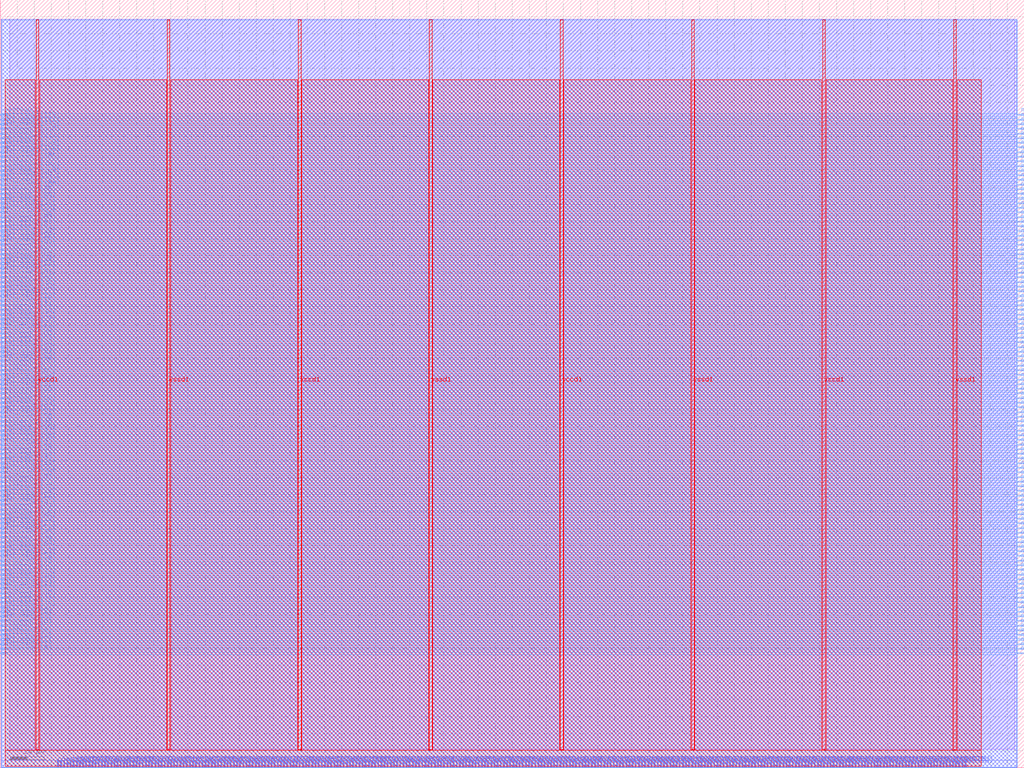
<source format=lef>
VERSION 5.7 ;
  NOWIREEXTENSIONATPIN ON ;
  DIVIDERCHAR "/" ;
  BUSBITCHARS "[]" ;
MACRO wavg_pipe_m
  CLASS BLOCK ;
  FOREIGN wavg_pipe_m ;
  ORIGIN 0.000 0.000 ;
  SIZE 600.000 BY 450.000 ;
  PIN clk_i
    DIRECTION INPUT ;
    USE SIGNAL ;
    ANTENNAGATEAREA 0.852000 ;
    PORT
      LAYER met2 ;
        RECT 33.670 0.000 33.950 4.000 ;
    END
  END clk_i
  PIN mstream_i
    DIRECTION INPUT ;
    USE SIGNAL ;
    ANTENNAGATEAREA 0.742500 ;
    PORT
      LAYER met3 ;
        RECT 596.000 66.680 600.000 67.280 ;
    END
  END mstream_i
  PIN mstream_o[0]
    DIRECTION OUTPUT TRISTATE ;
    USE SIGNAL ;
    ANTENNAGATEAREA 0.126000 ;
    ANTENNADIFFAREA 0.891000 ;
    PORT
      LAYER met3 ;
        RECT 596.000 69.400 600.000 70.000 ;
    END
  END mstream_o[0]
  PIN mstream_o[100]
    DIRECTION OUTPUT TRISTATE ;
    USE SIGNAL ;
    ANTENNAGATEAREA 0.126000 ;
    ANTENNADIFFAREA 0.891000 ;
    PORT
      LAYER met3 ;
        RECT 596.000 341.400 600.000 342.000 ;
    END
  END mstream_o[100]
  PIN mstream_o[101]
    DIRECTION OUTPUT TRISTATE ;
    USE SIGNAL ;
    ANTENNAGATEAREA 0.126000 ;
    ANTENNADIFFAREA 0.891000 ;
    PORT
      LAYER met3 ;
        RECT 596.000 344.120 600.000 344.720 ;
    END
  END mstream_o[101]
  PIN mstream_o[102]
    DIRECTION OUTPUT TRISTATE ;
    USE SIGNAL ;
    ANTENNAGATEAREA 0.126000 ;
    ANTENNADIFFAREA 0.891000 ;
    PORT
      LAYER met3 ;
        RECT 596.000 346.840 600.000 347.440 ;
    END
  END mstream_o[102]
  PIN mstream_o[103]
    DIRECTION OUTPUT TRISTATE ;
    USE SIGNAL ;
    ANTENNAGATEAREA 0.126000 ;
    ANTENNADIFFAREA 0.891000 ;
    PORT
      LAYER met3 ;
        RECT 596.000 349.560 600.000 350.160 ;
    END
  END mstream_o[103]
  PIN mstream_o[104]
    DIRECTION OUTPUT TRISTATE ;
    USE SIGNAL ;
    ANTENNAGATEAREA 0.126000 ;
    ANTENNADIFFAREA 0.891000 ;
    PORT
      LAYER met3 ;
        RECT 596.000 352.280 600.000 352.880 ;
    END
  END mstream_o[104]
  PIN mstream_o[105]
    DIRECTION OUTPUT TRISTATE ;
    USE SIGNAL ;
    ANTENNAGATEAREA 0.126000 ;
    ANTENNADIFFAREA 0.891000 ;
    PORT
      LAYER met3 ;
        RECT 596.000 355.000 600.000 355.600 ;
    END
  END mstream_o[105]
  PIN mstream_o[106]
    DIRECTION OUTPUT TRISTATE ;
    USE SIGNAL ;
    ANTENNAGATEAREA 0.126000 ;
    ANTENNADIFFAREA 0.891000 ;
    PORT
      LAYER met3 ;
        RECT 596.000 357.720 600.000 358.320 ;
    END
  END mstream_o[106]
  PIN mstream_o[107]
    DIRECTION OUTPUT TRISTATE ;
    USE SIGNAL ;
    ANTENNAGATEAREA 0.126000 ;
    ANTENNADIFFAREA 0.891000 ;
    PORT
      LAYER met3 ;
        RECT 596.000 360.440 600.000 361.040 ;
    END
  END mstream_o[107]
  PIN mstream_o[108]
    DIRECTION OUTPUT TRISTATE ;
    USE SIGNAL ;
    ANTENNAGATEAREA 0.126000 ;
    ANTENNADIFFAREA 0.891000 ;
    PORT
      LAYER met3 ;
        RECT 596.000 363.160 600.000 363.760 ;
    END
  END mstream_o[108]
  PIN mstream_o[109]
    DIRECTION OUTPUT TRISTATE ;
    USE SIGNAL ;
    ANTENNAGATEAREA 0.126000 ;
    ANTENNADIFFAREA 0.891000 ;
    PORT
      LAYER met3 ;
        RECT 596.000 365.880 600.000 366.480 ;
    END
  END mstream_o[109]
  PIN mstream_o[10]
    DIRECTION OUTPUT TRISTATE ;
    USE SIGNAL ;
    ANTENNAGATEAREA 0.126000 ;
    ANTENNADIFFAREA 0.891000 ;
    PORT
      LAYER met3 ;
        RECT 596.000 96.600 600.000 97.200 ;
    END
  END mstream_o[10]
  PIN mstream_o[110]
    DIRECTION OUTPUT TRISTATE ;
    USE SIGNAL ;
    ANTENNAGATEAREA 0.126000 ;
    ANTENNADIFFAREA 0.891000 ;
    PORT
      LAYER met3 ;
        RECT 596.000 368.600 600.000 369.200 ;
    END
  END mstream_o[110]
  PIN mstream_o[111]
    DIRECTION OUTPUT TRISTATE ;
    USE SIGNAL ;
    ANTENNAGATEAREA 0.126000 ;
    ANTENNADIFFAREA 0.891000 ;
    PORT
      LAYER met3 ;
        RECT 596.000 371.320 600.000 371.920 ;
    END
  END mstream_o[111]
  PIN mstream_o[112]
    DIRECTION OUTPUT TRISTATE ;
    USE SIGNAL ;
    ANTENNAGATEAREA 0.126000 ;
    ANTENNADIFFAREA 0.891000 ;
    PORT
      LAYER met3 ;
        RECT 596.000 374.040 600.000 374.640 ;
    END
  END mstream_o[112]
  PIN mstream_o[113]
    DIRECTION OUTPUT TRISTATE ;
    USE SIGNAL ;
    ANTENNAGATEAREA 0.126000 ;
    ANTENNADIFFAREA 0.891000 ;
    PORT
      LAYER met3 ;
        RECT 596.000 376.760 600.000 377.360 ;
    END
  END mstream_o[113]
  PIN mstream_o[114]
    DIRECTION OUTPUT TRISTATE ;
    USE SIGNAL ;
    ANTENNAGATEAREA 0.495000 ;
    ANTENNADIFFAREA 0.891000 ;
    PORT
      LAYER met3 ;
        RECT 596.000 379.480 600.000 380.080 ;
    END
  END mstream_o[114]
  PIN mstream_o[115]
    DIRECTION OUTPUT TRISTATE ;
    USE SIGNAL ;
    ANTENNAGATEAREA 0.126000 ;
    ANTENNADIFFAREA 10.454400 ;
    PORT
      LAYER met3 ;
        RECT 596.000 382.200 600.000 382.800 ;
    END
  END mstream_o[115]
  PIN mstream_o[11]
    DIRECTION OUTPUT TRISTATE ;
    USE SIGNAL ;
    ANTENNAGATEAREA 0.126000 ;
    ANTENNADIFFAREA 0.891000 ;
    PORT
      LAYER met3 ;
        RECT 596.000 99.320 600.000 99.920 ;
    END
  END mstream_o[11]
  PIN mstream_o[12]
    DIRECTION OUTPUT TRISTATE ;
    USE SIGNAL ;
    ANTENNAGATEAREA 0.126000 ;
    ANTENNADIFFAREA 0.891000 ;
    PORT
      LAYER met3 ;
        RECT 596.000 102.040 600.000 102.640 ;
    END
  END mstream_o[12]
  PIN mstream_o[13]
    DIRECTION OUTPUT TRISTATE ;
    USE SIGNAL ;
    ANTENNAGATEAREA 0.126000 ;
    ANTENNADIFFAREA 0.891000 ;
    PORT
      LAYER met3 ;
        RECT 596.000 104.760 600.000 105.360 ;
    END
  END mstream_o[13]
  PIN mstream_o[14]
    DIRECTION OUTPUT TRISTATE ;
    USE SIGNAL ;
    ANTENNAGATEAREA 0.126000 ;
    ANTENNADIFFAREA 0.891000 ;
    PORT
      LAYER met3 ;
        RECT 596.000 107.480 600.000 108.080 ;
    END
  END mstream_o[14]
  PIN mstream_o[15]
    DIRECTION OUTPUT TRISTATE ;
    USE SIGNAL ;
    ANTENNAGATEAREA 0.126000 ;
    ANTENNADIFFAREA 0.891000 ;
    PORT
      LAYER met3 ;
        RECT 596.000 110.200 600.000 110.800 ;
    END
  END mstream_o[15]
  PIN mstream_o[16]
    DIRECTION OUTPUT TRISTATE ;
    USE SIGNAL ;
    ANTENNAGATEAREA 0.126000 ;
    ANTENNADIFFAREA 0.891000 ;
    PORT
      LAYER met3 ;
        RECT 596.000 112.920 600.000 113.520 ;
    END
  END mstream_o[16]
  PIN mstream_o[17]
    DIRECTION OUTPUT TRISTATE ;
    USE SIGNAL ;
    ANTENNAGATEAREA 0.126000 ;
    ANTENNADIFFAREA 0.891000 ;
    PORT
      LAYER met3 ;
        RECT 596.000 115.640 600.000 116.240 ;
    END
  END mstream_o[17]
  PIN mstream_o[18]
    DIRECTION OUTPUT TRISTATE ;
    USE SIGNAL ;
    ANTENNAGATEAREA 0.126000 ;
    ANTENNADIFFAREA 0.891000 ;
    PORT
      LAYER met3 ;
        RECT 596.000 118.360 600.000 118.960 ;
    END
  END mstream_o[18]
  PIN mstream_o[19]
    DIRECTION OUTPUT TRISTATE ;
    USE SIGNAL ;
    ANTENNAGATEAREA 0.126000 ;
    ANTENNADIFFAREA 0.891000 ;
    PORT
      LAYER met3 ;
        RECT 596.000 121.080 600.000 121.680 ;
    END
  END mstream_o[19]
  PIN mstream_o[1]
    DIRECTION OUTPUT TRISTATE ;
    USE SIGNAL ;
    ANTENNAGATEAREA 0.126000 ;
    ANTENNADIFFAREA 0.891000 ;
    PORT
      LAYER met3 ;
        RECT 596.000 72.120 600.000 72.720 ;
    END
  END mstream_o[1]
  PIN mstream_o[20]
    DIRECTION OUTPUT TRISTATE ;
    USE SIGNAL ;
    ANTENNAGATEAREA 0.126000 ;
    ANTENNADIFFAREA 0.891000 ;
    PORT
      LAYER met3 ;
        RECT 596.000 123.800 600.000 124.400 ;
    END
  END mstream_o[20]
  PIN mstream_o[21]
    DIRECTION OUTPUT TRISTATE ;
    USE SIGNAL ;
    ANTENNAGATEAREA 0.126000 ;
    ANTENNADIFFAREA 0.891000 ;
    PORT
      LAYER met3 ;
        RECT 596.000 126.520 600.000 127.120 ;
    END
  END mstream_o[21]
  PIN mstream_o[22]
    DIRECTION OUTPUT TRISTATE ;
    USE SIGNAL ;
    ANTENNAGATEAREA 0.126000 ;
    ANTENNADIFFAREA 0.891000 ;
    PORT
      LAYER met3 ;
        RECT 596.000 129.240 600.000 129.840 ;
    END
  END mstream_o[22]
  PIN mstream_o[23]
    DIRECTION OUTPUT TRISTATE ;
    USE SIGNAL ;
    ANTENNAGATEAREA 0.126000 ;
    ANTENNADIFFAREA 0.891000 ;
    PORT
      LAYER met3 ;
        RECT 596.000 131.960 600.000 132.560 ;
    END
  END mstream_o[23]
  PIN mstream_o[24]
    DIRECTION OUTPUT TRISTATE ;
    USE SIGNAL ;
    ANTENNAGATEAREA 0.126000 ;
    ANTENNADIFFAREA 0.891000 ;
    PORT
      LAYER met3 ;
        RECT 596.000 134.680 600.000 135.280 ;
    END
  END mstream_o[24]
  PIN mstream_o[25]
    DIRECTION OUTPUT TRISTATE ;
    USE SIGNAL ;
    ANTENNAGATEAREA 0.126000 ;
    ANTENNADIFFAREA 0.891000 ;
    PORT
      LAYER met3 ;
        RECT 596.000 137.400 600.000 138.000 ;
    END
  END mstream_o[25]
  PIN mstream_o[26]
    DIRECTION OUTPUT TRISTATE ;
    USE SIGNAL ;
    ANTENNAGATEAREA 0.126000 ;
    ANTENNADIFFAREA 0.891000 ;
    PORT
      LAYER met3 ;
        RECT 596.000 140.120 600.000 140.720 ;
    END
  END mstream_o[26]
  PIN mstream_o[27]
    DIRECTION OUTPUT TRISTATE ;
    USE SIGNAL ;
    ANTENNAGATEAREA 0.126000 ;
    ANTENNADIFFAREA 0.891000 ;
    PORT
      LAYER met3 ;
        RECT 596.000 142.840 600.000 143.440 ;
    END
  END mstream_o[27]
  PIN mstream_o[28]
    DIRECTION OUTPUT TRISTATE ;
    USE SIGNAL ;
    ANTENNAGATEAREA 0.126000 ;
    ANTENNADIFFAREA 0.891000 ;
    PORT
      LAYER met3 ;
        RECT 596.000 145.560 600.000 146.160 ;
    END
  END mstream_o[28]
  PIN mstream_o[29]
    DIRECTION OUTPUT TRISTATE ;
    USE SIGNAL ;
    ANTENNAGATEAREA 0.126000 ;
    ANTENNADIFFAREA 0.891000 ;
    PORT
      LAYER met3 ;
        RECT 596.000 148.280 600.000 148.880 ;
    END
  END mstream_o[29]
  PIN mstream_o[2]
    DIRECTION OUTPUT TRISTATE ;
    USE SIGNAL ;
    ANTENNAGATEAREA 0.126000 ;
    ANTENNADIFFAREA 0.891000 ;
    PORT
      LAYER met3 ;
        RECT 596.000 74.840 600.000 75.440 ;
    END
  END mstream_o[2]
  PIN mstream_o[30]
    DIRECTION OUTPUT TRISTATE ;
    USE SIGNAL ;
    ANTENNAGATEAREA 0.126000 ;
    ANTENNADIFFAREA 0.891000 ;
    PORT
      LAYER met3 ;
        RECT 596.000 151.000 600.000 151.600 ;
    END
  END mstream_o[30]
  PIN mstream_o[31]
    DIRECTION OUTPUT TRISTATE ;
    USE SIGNAL ;
    ANTENNAGATEAREA 0.126000 ;
    ANTENNADIFFAREA 0.891000 ;
    PORT
      LAYER met3 ;
        RECT 596.000 153.720 600.000 154.320 ;
    END
  END mstream_o[31]
  PIN mstream_o[32]
    DIRECTION OUTPUT TRISTATE ;
    USE SIGNAL ;
    ANTENNAGATEAREA 0.126000 ;
    ANTENNADIFFAREA 0.891000 ;
    PORT
      LAYER met3 ;
        RECT 596.000 156.440 600.000 157.040 ;
    END
  END mstream_o[32]
  PIN mstream_o[33]
    DIRECTION OUTPUT TRISTATE ;
    USE SIGNAL ;
    ANTENNAGATEAREA 0.126000 ;
    ANTENNADIFFAREA 0.891000 ;
    PORT
      LAYER met3 ;
        RECT 596.000 159.160 600.000 159.760 ;
    END
  END mstream_o[33]
  PIN mstream_o[34]
    DIRECTION OUTPUT TRISTATE ;
    USE SIGNAL ;
    ANTENNAGATEAREA 0.126000 ;
    ANTENNADIFFAREA 0.891000 ;
    PORT
      LAYER met3 ;
        RECT 596.000 161.880 600.000 162.480 ;
    END
  END mstream_o[34]
  PIN mstream_o[35]
    DIRECTION OUTPUT TRISTATE ;
    USE SIGNAL ;
    ANTENNAGATEAREA 0.126000 ;
    ANTENNADIFFAREA 0.891000 ;
    PORT
      LAYER met3 ;
        RECT 596.000 164.600 600.000 165.200 ;
    END
  END mstream_o[35]
  PIN mstream_o[36]
    DIRECTION OUTPUT TRISTATE ;
    USE SIGNAL ;
    ANTENNAGATEAREA 0.126000 ;
    ANTENNADIFFAREA 0.891000 ;
    PORT
      LAYER met3 ;
        RECT 596.000 167.320 600.000 167.920 ;
    END
  END mstream_o[36]
  PIN mstream_o[37]
    DIRECTION OUTPUT TRISTATE ;
    USE SIGNAL ;
    ANTENNAGATEAREA 0.126000 ;
    ANTENNADIFFAREA 0.891000 ;
    PORT
      LAYER met3 ;
        RECT 596.000 170.040 600.000 170.640 ;
    END
  END mstream_o[37]
  PIN mstream_o[38]
    DIRECTION OUTPUT TRISTATE ;
    USE SIGNAL ;
    ANTENNAGATEAREA 0.126000 ;
    ANTENNADIFFAREA 0.891000 ;
    PORT
      LAYER met3 ;
        RECT 596.000 172.760 600.000 173.360 ;
    END
  END mstream_o[38]
  PIN mstream_o[39]
    DIRECTION OUTPUT TRISTATE ;
    USE SIGNAL ;
    ANTENNAGATEAREA 0.126000 ;
    ANTENNADIFFAREA 0.891000 ;
    PORT
      LAYER met3 ;
        RECT 596.000 175.480 600.000 176.080 ;
    END
  END mstream_o[39]
  PIN mstream_o[3]
    DIRECTION OUTPUT TRISTATE ;
    USE SIGNAL ;
    ANTENNAGATEAREA 0.126000 ;
    ANTENNADIFFAREA 0.891000 ;
    PORT
      LAYER met3 ;
        RECT 596.000 77.560 600.000 78.160 ;
    END
  END mstream_o[3]
  PIN mstream_o[40]
    DIRECTION OUTPUT TRISTATE ;
    USE SIGNAL ;
    ANTENNAGATEAREA 0.126000 ;
    ANTENNADIFFAREA 0.891000 ;
    PORT
      LAYER met3 ;
        RECT 596.000 178.200 600.000 178.800 ;
    END
  END mstream_o[40]
  PIN mstream_o[41]
    DIRECTION OUTPUT TRISTATE ;
    USE SIGNAL ;
    ANTENNAGATEAREA 0.126000 ;
    ANTENNADIFFAREA 0.891000 ;
    PORT
      LAYER met3 ;
        RECT 596.000 180.920 600.000 181.520 ;
    END
  END mstream_o[41]
  PIN mstream_o[42]
    DIRECTION OUTPUT TRISTATE ;
    USE SIGNAL ;
    ANTENNAGATEAREA 0.126000 ;
    ANTENNADIFFAREA 0.891000 ;
    PORT
      LAYER met3 ;
        RECT 596.000 183.640 600.000 184.240 ;
    END
  END mstream_o[42]
  PIN mstream_o[43]
    DIRECTION OUTPUT TRISTATE ;
    USE SIGNAL ;
    ANTENNAGATEAREA 0.126000 ;
    ANTENNADIFFAREA 0.891000 ;
    PORT
      LAYER met3 ;
        RECT 596.000 186.360 600.000 186.960 ;
    END
  END mstream_o[43]
  PIN mstream_o[44]
    DIRECTION OUTPUT TRISTATE ;
    USE SIGNAL ;
    ANTENNAGATEAREA 0.126000 ;
    ANTENNADIFFAREA 0.891000 ;
    PORT
      LAYER met3 ;
        RECT 596.000 189.080 600.000 189.680 ;
    END
  END mstream_o[44]
  PIN mstream_o[45]
    DIRECTION OUTPUT TRISTATE ;
    USE SIGNAL ;
    ANTENNAGATEAREA 0.126000 ;
    ANTENNADIFFAREA 0.891000 ;
    PORT
      LAYER met3 ;
        RECT 596.000 191.800 600.000 192.400 ;
    END
  END mstream_o[45]
  PIN mstream_o[46]
    DIRECTION OUTPUT TRISTATE ;
    USE SIGNAL ;
    ANTENNAGATEAREA 0.126000 ;
    ANTENNADIFFAREA 0.891000 ;
    PORT
      LAYER met3 ;
        RECT 596.000 194.520 600.000 195.120 ;
    END
  END mstream_o[46]
  PIN mstream_o[47]
    DIRECTION OUTPUT TRISTATE ;
    USE SIGNAL ;
    ANTENNAGATEAREA 0.126000 ;
    ANTENNADIFFAREA 0.891000 ;
    PORT
      LAYER met3 ;
        RECT 596.000 197.240 600.000 197.840 ;
    END
  END mstream_o[47]
  PIN mstream_o[48]
    DIRECTION OUTPUT TRISTATE ;
    USE SIGNAL ;
    ANTENNAGATEAREA 0.126000 ;
    ANTENNADIFFAREA 0.891000 ;
    PORT
      LAYER met3 ;
        RECT 596.000 199.960 600.000 200.560 ;
    END
  END mstream_o[48]
  PIN mstream_o[49]
    DIRECTION OUTPUT TRISTATE ;
    USE SIGNAL ;
    ANTENNAGATEAREA 0.126000 ;
    ANTENNADIFFAREA 0.891000 ;
    PORT
      LAYER met3 ;
        RECT 596.000 202.680 600.000 203.280 ;
    END
  END mstream_o[49]
  PIN mstream_o[4]
    DIRECTION OUTPUT TRISTATE ;
    USE SIGNAL ;
    ANTENNAGATEAREA 0.126000 ;
    ANTENNADIFFAREA 0.891000 ;
    PORT
      LAYER met3 ;
        RECT 596.000 80.280 600.000 80.880 ;
    END
  END mstream_o[4]
  PIN mstream_o[50]
    DIRECTION OUTPUT TRISTATE ;
    USE SIGNAL ;
    ANTENNAGATEAREA 0.126000 ;
    ANTENNADIFFAREA 0.891000 ;
    PORT
      LAYER met3 ;
        RECT 596.000 205.400 600.000 206.000 ;
    END
  END mstream_o[50]
  PIN mstream_o[51]
    DIRECTION OUTPUT TRISTATE ;
    USE SIGNAL ;
    ANTENNAGATEAREA 0.126000 ;
    ANTENNADIFFAREA 0.891000 ;
    PORT
      LAYER met3 ;
        RECT 596.000 208.120 600.000 208.720 ;
    END
  END mstream_o[51]
  PIN mstream_o[52]
    DIRECTION OUTPUT TRISTATE ;
    USE SIGNAL ;
    ANTENNAGATEAREA 0.126000 ;
    ANTENNADIFFAREA 0.891000 ;
    PORT
      LAYER met3 ;
        RECT 596.000 210.840 600.000 211.440 ;
    END
  END mstream_o[52]
  PIN mstream_o[53]
    DIRECTION OUTPUT TRISTATE ;
    USE SIGNAL ;
    ANTENNAGATEAREA 0.126000 ;
    ANTENNADIFFAREA 0.891000 ;
    PORT
      LAYER met3 ;
        RECT 596.000 213.560 600.000 214.160 ;
    END
  END mstream_o[53]
  PIN mstream_o[54]
    DIRECTION OUTPUT TRISTATE ;
    USE SIGNAL ;
    ANTENNAGATEAREA 0.126000 ;
    ANTENNADIFFAREA 0.891000 ;
    PORT
      LAYER met3 ;
        RECT 596.000 216.280 600.000 216.880 ;
    END
  END mstream_o[54]
  PIN mstream_o[55]
    DIRECTION OUTPUT TRISTATE ;
    USE SIGNAL ;
    ANTENNAGATEAREA 0.126000 ;
    ANTENNADIFFAREA 0.891000 ;
    PORT
      LAYER met3 ;
        RECT 596.000 219.000 600.000 219.600 ;
    END
  END mstream_o[55]
  PIN mstream_o[56]
    DIRECTION OUTPUT TRISTATE ;
    USE SIGNAL ;
    ANTENNAGATEAREA 0.126000 ;
    ANTENNADIFFAREA 0.891000 ;
    PORT
      LAYER met3 ;
        RECT 596.000 221.720 600.000 222.320 ;
    END
  END mstream_o[56]
  PIN mstream_o[57]
    DIRECTION OUTPUT TRISTATE ;
    USE SIGNAL ;
    ANTENNAGATEAREA 0.126000 ;
    ANTENNADIFFAREA 0.891000 ;
    PORT
      LAYER met3 ;
        RECT 596.000 224.440 600.000 225.040 ;
    END
  END mstream_o[57]
  PIN mstream_o[58]
    DIRECTION OUTPUT TRISTATE ;
    USE SIGNAL ;
    ANTENNAGATEAREA 0.126000 ;
    ANTENNADIFFAREA 0.891000 ;
    PORT
      LAYER met3 ;
        RECT 596.000 227.160 600.000 227.760 ;
    END
  END mstream_o[58]
  PIN mstream_o[59]
    DIRECTION OUTPUT TRISTATE ;
    USE SIGNAL ;
    ANTENNAGATEAREA 0.126000 ;
    ANTENNADIFFAREA 0.891000 ;
    PORT
      LAYER met3 ;
        RECT 596.000 229.880 600.000 230.480 ;
    END
  END mstream_o[59]
  PIN mstream_o[5]
    DIRECTION OUTPUT TRISTATE ;
    USE SIGNAL ;
    ANTENNAGATEAREA 0.126000 ;
    ANTENNADIFFAREA 0.891000 ;
    PORT
      LAYER met3 ;
        RECT 596.000 83.000 600.000 83.600 ;
    END
  END mstream_o[5]
  PIN mstream_o[60]
    DIRECTION OUTPUT TRISTATE ;
    USE SIGNAL ;
    ANTENNAGATEAREA 0.126000 ;
    ANTENNADIFFAREA 0.891000 ;
    PORT
      LAYER met3 ;
        RECT 596.000 232.600 600.000 233.200 ;
    END
  END mstream_o[60]
  PIN mstream_o[61]
    DIRECTION OUTPUT TRISTATE ;
    USE SIGNAL ;
    ANTENNAGATEAREA 0.126000 ;
    ANTENNADIFFAREA 0.891000 ;
    PORT
      LAYER met3 ;
        RECT 596.000 235.320 600.000 235.920 ;
    END
  END mstream_o[61]
  PIN mstream_o[62]
    DIRECTION OUTPUT TRISTATE ;
    USE SIGNAL ;
    ANTENNAGATEAREA 0.126000 ;
    ANTENNADIFFAREA 0.891000 ;
    PORT
      LAYER met3 ;
        RECT 596.000 238.040 600.000 238.640 ;
    END
  END mstream_o[62]
  PIN mstream_o[63]
    DIRECTION OUTPUT TRISTATE ;
    USE SIGNAL ;
    ANTENNAGATEAREA 0.126000 ;
    ANTENNADIFFAREA 0.891000 ;
    PORT
      LAYER met3 ;
        RECT 596.000 240.760 600.000 241.360 ;
    END
  END mstream_o[63]
  PIN mstream_o[64]
    DIRECTION OUTPUT TRISTATE ;
    USE SIGNAL ;
    ANTENNAGATEAREA 0.126000 ;
    ANTENNADIFFAREA 0.891000 ;
    PORT
      LAYER met3 ;
        RECT 596.000 243.480 600.000 244.080 ;
    END
  END mstream_o[64]
  PIN mstream_o[65]
    DIRECTION OUTPUT TRISTATE ;
    USE SIGNAL ;
    ANTENNAGATEAREA 0.126000 ;
    ANTENNADIFFAREA 0.891000 ;
    PORT
      LAYER met3 ;
        RECT 596.000 246.200 600.000 246.800 ;
    END
  END mstream_o[65]
  PIN mstream_o[66]
    DIRECTION OUTPUT TRISTATE ;
    USE SIGNAL ;
    ANTENNAGATEAREA 0.126000 ;
    ANTENNADIFFAREA 0.891000 ;
    PORT
      LAYER met3 ;
        RECT 596.000 248.920 600.000 249.520 ;
    END
  END mstream_o[66]
  PIN mstream_o[67]
    DIRECTION OUTPUT TRISTATE ;
    USE SIGNAL ;
    ANTENNAGATEAREA 0.126000 ;
    ANTENNADIFFAREA 0.891000 ;
    PORT
      LAYER met3 ;
        RECT 596.000 251.640 600.000 252.240 ;
    END
  END mstream_o[67]
  PIN mstream_o[68]
    DIRECTION OUTPUT TRISTATE ;
    USE SIGNAL ;
    ANTENNAGATEAREA 0.126000 ;
    ANTENNADIFFAREA 0.891000 ;
    PORT
      LAYER met3 ;
        RECT 596.000 254.360 600.000 254.960 ;
    END
  END mstream_o[68]
  PIN mstream_o[69]
    DIRECTION OUTPUT TRISTATE ;
    USE SIGNAL ;
    ANTENNAGATEAREA 0.126000 ;
    ANTENNADIFFAREA 0.891000 ;
    PORT
      LAYER met3 ;
        RECT 596.000 257.080 600.000 257.680 ;
    END
  END mstream_o[69]
  PIN mstream_o[6]
    DIRECTION OUTPUT TRISTATE ;
    USE SIGNAL ;
    ANTENNAGATEAREA 0.126000 ;
    ANTENNADIFFAREA 0.891000 ;
    PORT
      LAYER met3 ;
        RECT 596.000 85.720 600.000 86.320 ;
    END
  END mstream_o[6]
  PIN mstream_o[70]
    DIRECTION OUTPUT TRISTATE ;
    USE SIGNAL ;
    ANTENNAGATEAREA 0.126000 ;
    ANTENNADIFFAREA 0.891000 ;
    PORT
      LAYER met3 ;
        RECT 596.000 259.800 600.000 260.400 ;
    END
  END mstream_o[70]
  PIN mstream_o[71]
    DIRECTION OUTPUT TRISTATE ;
    USE SIGNAL ;
    ANTENNAGATEAREA 0.126000 ;
    ANTENNADIFFAREA 0.891000 ;
    PORT
      LAYER met3 ;
        RECT 596.000 262.520 600.000 263.120 ;
    END
  END mstream_o[71]
  PIN mstream_o[72]
    DIRECTION OUTPUT TRISTATE ;
    USE SIGNAL ;
    ANTENNAGATEAREA 0.126000 ;
    ANTENNADIFFAREA 0.891000 ;
    PORT
      LAYER met3 ;
        RECT 596.000 265.240 600.000 265.840 ;
    END
  END mstream_o[72]
  PIN mstream_o[73]
    DIRECTION OUTPUT TRISTATE ;
    USE SIGNAL ;
    ANTENNAGATEAREA 0.126000 ;
    ANTENNADIFFAREA 0.891000 ;
    PORT
      LAYER met3 ;
        RECT 596.000 267.960 600.000 268.560 ;
    END
  END mstream_o[73]
  PIN mstream_o[74]
    DIRECTION OUTPUT TRISTATE ;
    USE SIGNAL ;
    ANTENNAGATEAREA 0.126000 ;
    ANTENNADIFFAREA 0.891000 ;
    PORT
      LAYER met3 ;
        RECT 596.000 270.680 600.000 271.280 ;
    END
  END mstream_o[74]
  PIN mstream_o[75]
    DIRECTION OUTPUT TRISTATE ;
    USE SIGNAL ;
    ANTENNAGATEAREA 0.126000 ;
    ANTENNADIFFAREA 0.891000 ;
    PORT
      LAYER met3 ;
        RECT 596.000 273.400 600.000 274.000 ;
    END
  END mstream_o[75]
  PIN mstream_o[76]
    DIRECTION OUTPUT TRISTATE ;
    USE SIGNAL ;
    ANTENNAGATEAREA 0.126000 ;
    ANTENNADIFFAREA 0.891000 ;
    PORT
      LAYER met3 ;
        RECT 596.000 276.120 600.000 276.720 ;
    END
  END mstream_o[76]
  PIN mstream_o[77]
    DIRECTION OUTPUT TRISTATE ;
    USE SIGNAL ;
    ANTENNAGATEAREA 0.126000 ;
    ANTENNADIFFAREA 0.891000 ;
    PORT
      LAYER met3 ;
        RECT 596.000 278.840 600.000 279.440 ;
    END
  END mstream_o[77]
  PIN mstream_o[78]
    DIRECTION OUTPUT TRISTATE ;
    USE SIGNAL ;
    ANTENNAGATEAREA 0.126000 ;
    ANTENNADIFFAREA 0.891000 ;
    PORT
      LAYER met3 ;
        RECT 596.000 281.560 600.000 282.160 ;
    END
  END mstream_o[78]
  PIN mstream_o[79]
    DIRECTION OUTPUT TRISTATE ;
    USE SIGNAL ;
    ANTENNAGATEAREA 0.126000 ;
    ANTENNADIFFAREA 0.891000 ;
    PORT
      LAYER met3 ;
        RECT 596.000 284.280 600.000 284.880 ;
    END
  END mstream_o[79]
  PIN mstream_o[7]
    DIRECTION OUTPUT TRISTATE ;
    USE SIGNAL ;
    ANTENNAGATEAREA 0.126000 ;
    ANTENNADIFFAREA 0.891000 ;
    PORT
      LAYER met3 ;
        RECT 596.000 88.440 600.000 89.040 ;
    END
  END mstream_o[7]
  PIN mstream_o[80]
    DIRECTION OUTPUT TRISTATE ;
    USE SIGNAL ;
    ANTENNAGATEAREA 0.126000 ;
    ANTENNADIFFAREA 0.891000 ;
    PORT
      LAYER met3 ;
        RECT 596.000 287.000 600.000 287.600 ;
    END
  END mstream_o[80]
  PIN mstream_o[81]
    DIRECTION OUTPUT TRISTATE ;
    USE SIGNAL ;
    ANTENNAGATEAREA 0.126000 ;
    ANTENNADIFFAREA 0.891000 ;
    PORT
      LAYER met3 ;
        RECT 596.000 289.720 600.000 290.320 ;
    END
  END mstream_o[81]
  PIN mstream_o[82]
    DIRECTION OUTPUT TRISTATE ;
    USE SIGNAL ;
    ANTENNAGATEAREA 0.126000 ;
    ANTENNADIFFAREA 0.891000 ;
    PORT
      LAYER met3 ;
        RECT 596.000 292.440 600.000 293.040 ;
    END
  END mstream_o[82]
  PIN mstream_o[83]
    DIRECTION OUTPUT TRISTATE ;
    USE SIGNAL ;
    ANTENNAGATEAREA 0.126000 ;
    ANTENNADIFFAREA 0.891000 ;
    PORT
      LAYER met3 ;
        RECT 596.000 295.160 600.000 295.760 ;
    END
  END mstream_o[83]
  PIN mstream_o[84]
    DIRECTION OUTPUT TRISTATE ;
    USE SIGNAL ;
    ANTENNAGATEAREA 0.126000 ;
    ANTENNADIFFAREA 0.891000 ;
    PORT
      LAYER met3 ;
        RECT 596.000 297.880 600.000 298.480 ;
    END
  END mstream_o[84]
  PIN mstream_o[85]
    DIRECTION OUTPUT TRISTATE ;
    USE SIGNAL ;
    ANTENNAGATEAREA 0.126000 ;
    ANTENNADIFFAREA 0.891000 ;
    PORT
      LAYER met3 ;
        RECT 596.000 300.600 600.000 301.200 ;
    END
  END mstream_o[85]
  PIN mstream_o[86]
    DIRECTION OUTPUT TRISTATE ;
    USE SIGNAL ;
    ANTENNAGATEAREA 0.126000 ;
    ANTENNADIFFAREA 0.891000 ;
    PORT
      LAYER met3 ;
        RECT 596.000 303.320 600.000 303.920 ;
    END
  END mstream_o[86]
  PIN mstream_o[87]
    DIRECTION OUTPUT TRISTATE ;
    USE SIGNAL ;
    ANTENNAGATEAREA 0.126000 ;
    ANTENNADIFFAREA 0.891000 ;
    PORT
      LAYER met3 ;
        RECT 596.000 306.040 600.000 306.640 ;
    END
  END mstream_o[87]
  PIN mstream_o[88]
    DIRECTION OUTPUT TRISTATE ;
    USE SIGNAL ;
    ANTENNAGATEAREA 0.126000 ;
    ANTENNADIFFAREA 0.891000 ;
    PORT
      LAYER met3 ;
        RECT 596.000 308.760 600.000 309.360 ;
    END
  END mstream_o[88]
  PIN mstream_o[89]
    DIRECTION OUTPUT TRISTATE ;
    USE SIGNAL ;
    ANTENNAGATEAREA 0.126000 ;
    ANTENNADIFFAREA 0.891000 ;
    PORT
      LAYER met3 ;
        RECT 596.000 311.480 600.000 312.080 ;
    END
  END mstream_o[89]
  PIN mstream_o[8]
    DIRECTION OUTPUT TRISTATE ;
    USE SIGNAL ;
    ANTENNAGATEAREA 0.126000 ;
    ANTENNADIFFAREA 0.891000 ;
    PORT
      LAYER met3 ;
        RECT 596.000 91.160 600.000 91.760 ;
    END
  END mstream_o[8]
  PIN mstream_o[90]
    DIRECTION OUTPUT TRISTATE ;
    USE SIGNAL ;
    ANTENNAGATEAREA 0.126000 ;
    ANTENNADIFFAREA 0.891000 ;
    PORT
      LAYER met3 ;
        RECT 596.000 314.200 600.000 314.800 ;
    END
  END mstream_o[90]
  PIN mstream_o[91]
    DIRECTION OUTPUT TRISTATE ;
    USE SIGNAL ;
    ANTENNAGATEAREA 0.126000 ;
    ANTENNADIFFAREA 0.891000 ;
    PORT
      LAYER met3 ;
        RECT 596.000 316.920 600.000 317.520 ;
    END
  END mstream_o[91]
  PIN mstream_o[92]
    DIRECTION OUTPUT TRISTATE ;
    USE SIGNAL ;
    ANTENNAGATEAREA 0.126000 ;
    ANTENNADIFFAREA 0.891000 ;
    PORT
      LAYER met3 ;
        RECT 596.000 319.640 600.000 320.240 ;
    END
  END mstream_o[92]
  PIN mstream_o[93]
    DIRECTION OUTPUT TRISTATE ;
    USE SIGNAL ;
    ANTENNAGATEAREA 0.126000 ;
    ANTENNADIFFAREA 0.891000 ;
    PORT
      LAYER met3 ;
        RECT 596.000 322.360 600.000 322.960 ;
    END
  END mstream_o[93]
  PIN mstream_o[94]
    DIRECTION OUTPUT TRISTATE ;
    USE SIGNAL ;
    ANTENNAGATEAREA 0.126000 ;
    ANTENNADIFFAREA 0.891000 ;
    PORT
      LAYER met3 ;
        RECT 596.000 325.080 600.000 325.680 ;
    END
  END mstream_o[94]
  PIN mstream_o[95]
    DIRECTION OUTPUT TRISTATE ;
    USE SIGNAL ;
    ANTENNAGATEAREA 0.126000 ;
    ANTENNADIFFAREA 0.891000 ;
    PORT
      LAYER met3 ;
        RECT 596.000 327.800 600.000 328.400 ;
    END
  END mstream_o[95]
  PIN mstream_o[96]
    DIRECTION OUTPUT TRISTATE ;
    USE SIGNAL ;
    ANTENNAGATEAREA 0.126000 ;
    ANTENNADIFFAREA 0.891000 ;
    PORT
      LAYER met3 ;
        RECT 596.000 330.520 600.000 331.120 ;
    END
  END mstream_o[96]
  PIN mstream_o[97]
    DIRECTION OUTPUT TRISTATE ;
    USE SIGNAL ;
    ANTENNAGATEAREA 0.126000 ;
    ANTENNADIFFAREA 0.891000 ;
    PORT
      LAYER met3 ;
        RECT 596.000 333.240 600.000 333.840 ;
    END
  END mstream_o[97]
  PIN mstream_o[98]
    DIRECTION OUTPUT TRISTATE ;
    USE SIGNAL ;
    ANTENNAGATEAREA 0.126000 ;
    ANTENNADIFFAREA 0.891000 ;
    PORT
      LAYER met3 ;
        RECT 596.000 335.960 600.000 336.560 ;
    END
  END mstream_o[98]
  PIN mstream_o[99]
    DIRECTION OUTPUT TRISTATE ;
    USE SIGNAL ;
    ANTENNAGATEAREA 0.126000 ;
    ANTENNADIFFAREA 0.891000 ;
    PORT
      LAYER met3 ;
        RECT 596.000 338.680 600.000 339.280 ;
    END
  END mstream_o[99]
  PIN mstream_o[9]
    DIRECTION OUTPUT TRISTATE ;
    USE SIGNAL ;
    ANTENNAGATEAREA 0.126000 ;
    ANTENNADIFFAREA 0.891000 ;
    PORT
      LAYER met3 ;
        RECT 596.000 93.880 600.000 94.480 ;
    END
  END mstream_o[9]
  PIN nrst_i
    DIRECTION INPUT ;
    USE SIGNAL ;
    ANTENNAGATEAREA 0.990000 ;
    PORT
      LAYER met2 ;
        RECT 35.510 0.000 35.790 4.000 ;
    END
  END nrst_i
  PIN sstream_i[0]
    DIRECTION INPUT ;
    USE SIGNAL ;
    ANTENNAGATEAREA 0.126000 ;
    PORT
      LAYER met3 ;
        RECT 0.000 66.680 4.000 67.280 ;
    END
  END sstream_i[0]
  PIN sstream_i[100]
    DIRECTION INPUT ;
    USE SIGNAL ;
    ANTENNAGATEAREA 0.126000 ;
    PORT
      LAYER met3 ;
        RECT 0.000 338.680 4.000 339.280 ;
    END
  END sstream_i[100]
  PIN sstream_i[101]
    DIRECTION INPUT ;
    USE SIGNAL ;
    ANTENNAGATEAREA 0.126000 ;
    PORT
      LAYER met3 ;
        RECT 0.000 341.400 4.000 342.000 ;
    END
  END sstream_i[101]
  PIN sstream_i[102]
    DIRECTION INPUT ;
    USE SIGNAL ;
    ANTENNAGATEAREA 0.126000 ;
    PORT
      LAYER met3 ;
        RECT 0.000 344.120 4.000 344.720 ;
    END
  END sstream_i[102]
  PIN sstream_i[103]
    DIRECTION INPUT ;
    USE SIGNAL ;
    ANTENNAGATEAREA 0.126000 ;
    PORT
      LAYER met3 ;
        RECT 0.000 346.840 4.000 347.440 ;
    END
  END sstream_i[103]
  PIN sstream_i[104]
    DIRECTION INPUT ;
    USE SIGNAL ;
    ANTENNAGATEAREA 0.126000 ;
    PORT
      LAYER met3 ;
        RECT 0.000 349.560 4.000 350.160 ;
    END
  END sstream_i[104]
  PIN sstream_i[105]
    DIRECTION INPUT ;
    USE SIGNAL ;
    ANTENNAGATEAREA 0.126000 ;
    PORT
      LAYER met3 ;
        RECT 0.000 352.280 4.000 352.880 ;
    END
  END sstream_i[105]
  PIN sstream_i[106]
    DIRECTION INPUT ;
    USE SIGNAL ;
    ANTENNAGATEAREA 0.126000 ;
    PORT
      LAYER met3 ;
        RECT 0.000 355.000 4.000 355.600 ;
    END
  END sstream_i[106]
  PIN sstream_i[107]
    DIRECTION INPUT ;
    USE SIGNAL ;
    ANTENNAGATEAREA 0.126000 ;
    PORT
      LAYER met3 ;
        RECT 0.000 357.720 4.000 358.320 ;
    END
  END sstream_i[107]
  PIN sstream_i[108]
    DIRECTION INPUT ;
    USE SIGNAL ;
    ANTENNAGATEAREA 0.126000 ;
    PORT
      LAYER met3 ;
        RECT 0.000 360.440 4.000 361.040 ;
    END
  END sstream_i[108]
  PIN sstream_i[109]
    DIRECTION INPUT ;
    USE SIGNAL ;
    ANTENNAGATEAREA 0.126000 ;
    PORT
      LAYER met3 ;
        RECT 0.000 363.160 4.000 363.760 ;
    END
  END sstream_i[109]
  PIN sstream_i[10]
    DIRECTION INPUT ;
    USE SIGNAL ;
    ANTENNAGATEAREA 0.126000 ;
    PORT
      LAYER met3 ;
        RECT 0.000 93.880 4.000 94.480 ;
    END
  END sstream_i[10]
  PIN sstream_i[110]
    DIRECTION INPUT ;
    USE SIGNAL ;
    ANTENNAGATEAREA 0.126000 ;
    PORT
      LAYER met3 ;
        RECT 0.000 365.880 4.000 366.480 ;
    END
  END sstream_i[110]
  PIN sstream_i[111]
    DIRECTION INPUT ;
    USE SIGNAL ;
    ANTENNAGATEAREA 0.126000 ;
    PORT
      LAYER met3 ;
        RECT 0.000 368.600 4.000 369.200 ;
    END
  END sstream_i[111]
  PIN sstream_i[112]
    DIRECTION INPUT ;
    USE SIGNAL ;
    ANTENNAGATEAREA 0.126000 ;
    PORT
      LAYER met3 ;
        RECT 0.000 371.320 4.000 371.920 ;
    END
  END sstream_i[112]
  PIN sstream_i[113]
    DIRECTION INPUT ;
    USE SIGNAL ;
    ANTENNAGATEAREA 0.126000 ;
    PORT
      LAYER met3 ;
        RECT 0.000 374.040 4.000 374.640 ;
    END
  END sstream_i[113]
  PIN sstream_i[114]
    DIRECTION INPUT ;
    USE SIGNAL ;
    ANTENNAGATEAREA 1.404000 ;
    PORT
      LAYER met3 ;
        RECT 0.000 376.760 4.000 377.360 ;
    END
  END sstream_i[114]
  PIN sstream_i[115]
    DIRECTION INPUT ;
    USE SIGNAL ;
    ANTENNAGATEAREA 0.126000 ;
    PORT
      LAYER met3 ;
        RECT 0.000 379.480 4.000 380.080 ;
    END
  END sstream_i[115]
  PIN sstream_i[11]
    DIRECTION INPUT ;
    USE SIGNAL ;
    ANTENNAGATEAREA 0.126000 ;
    PORT
      LAYER met3 ;
        RECT 0.000 96.600 4.000 97.200 ;
    END
  END sstream_i[11]
  PIN sstream_i[12]
    DIRECTION INPUT ;
    USE SIGNAL ;
    ANTENNAGATEAREA 0.126000 ;
    PORT
      LAYER met3 ;
        RECT 0.000 99.320 4.000 99.920 ;
    END
  END sstream_i[12]
  PIN sstream_i[13]
    DIRECTION INPUT ;
    USE SIGNAL ;
    ANTENNAGATEAREA 0.126000 ;
    PORT
      LAYER met3 ;
        RECT 0.000 102.040 4.000 102.640 ;
    END
  END sstream_i[13]
  PIN sstream_i[14]
    DIRECTION INPUT ;
    USE SIGNAL ;
    ANTENNAGATEAREA 0.126000 ;
    PORT
      LAYER met3 ;
        RECT 0.000 104.760 4.000 105.360 ;
    END
  END sstream_i[14]
  PIN sstream_i[15]
    DIRECTION INPUT ;
    USE SIGNAL ;
    ANTENNAGATEAREA 0.126000 ;
    PORT
      LAYER met3 ;
        RECT 0.000 107.480 4.000 108.080 ;
    END
  END sstream_i[15]
  PIN sstream_i[16]
    DIRECTION INPUT ;
    USE SIGNAL ;
    ANTENNAGATEAREA 0.126000 ;
    PORT
      LAYER met3 ;
        RECT 0.000 110.200 4.000 110.800 ;
    END
  END sstream_i[16]
  PIN sstream_i[17]
    DIRECTION INPUT ;
    USE SIGNAL ;
    ANTENNAGATEAREA 0.126000 ;
    PORT
      LAYER met3 ;
        RECT 0.000 112.920 4.000 113.520 ;
    END
  END sstream_i[17]
  PIN sstream_i[18]
    DIRECTION INPUT ;
    USE SIGNAL ;
    ANTENNAGATEAREA 0.126000 ;
    PORT
      LAYER met3 ;
        RECT 0.000 115.640 4.000 116.240 ;
    END
  END sstream_i[18]
  PIN sstream_i[19]
    DIRECTION INPUT ;
    USE SIGNAL ;
    ANTENNAGATEAREA 0.126000 ;
    PORT
      LAYER met3 ;
        RECT 0.000 118.360 4.000 118.960 ;
    END
  END sstream_i[19]
  PIN sstream_i[1]
    DIRECTION INPUT ;
    USE SIGNAL ;
    ANTENNAGATEAREA 0.126000 ;
    PORT
      LAYER met3 ;
        RECT 0.000 69.400 4.000 70.000 ;
    END
  END sstream_i[1]
  PIN sstream_i[20]
    DIRECTION INPUT ;
    USE SIGNAL ;
    ANTENNAGATEAREA 0.126000 ;
    PORT
      LAYER met3 ;
        RECT 0.000 121.080 4.000 121.680 ;
    END
  END sstream_i[20]
  PIN sstream_i[21]
    DIRECTION INPUT ;
    USE SIGNAL ;
    ANTENNAGATEAREA 0.126000 ;
    PORT
      LAYER met3 ;
        RECT 0.000 123.800 4.000 124.400 ;
    END
  END sstream_i[21]
  PIN sstream_i[22]
    DIRECTION INPUT ;
    USE SIGNAL ;
    ANTENNAGATEAREA 0.126000 ;
    PORT
      LAYER met3 ;
        RECT 0.000 126.520 4.000 127.120 ;
    END
  END sstream_i[22]
  PIN sstream_i[23]
    DIRECTION INPUT ;
    USE SIGNAL ;
    ANTENNAGATEAREA 0.126000 ;
    PORT
      LAYER met3 ;
        RECT 0.000 129.240 4.000 129.840 ;
    END
  END sstream_i[23]
  PIN sstream_i[24]
    DIRECTION INPUT ;
    USE SIGNAL ;
    ANTENNAGATEAREA 0.126000 ;
    PORT
      LAYER met3 ;
        RECT 0.000 131.960 4.000 132.560 ;
    END
  END sstream_i[24]
  PIN sstream_i[25]
    DIRECTION INPUT ;
    USE SIGNAL ;
    ANTENNAGATEAREA 0.126000 ;
    PORT
      LAYER met3 ;
        RECT 0.000 134.680 4.000 135.280 ;
    END
  END sstream_i[25]
  PIN sstream_i[26]
    DIRECTION INPUT ;
    USE SIGNAL ;
    ANTENNAGATEAREA 0.126000 ;
    ANTENNADIFFAREA 0.434700 ;
    PORT
      LAYER met3 ;
        RECT 0.000 137.400 4.000 138.000 ;
    END
  END sstream_i[26]
  PIN sstream_i[27]
    DIRECTION INPUT ;
    USE SIGNAL ;
    ANTENNAGATEAREA 0.126000 ;
    PORT
      LAYER met3 ;
        RECT 0.000 140.120 4.000 140.720 ;
    END
  END sstream_i[27]
  PIN sstream_i[28]
    DIRECTION INPUT ;
    USE SIGNAL ;
    ANTENNAGATEAREA 0.126000 ;
    ANTENNADIFFAREA 0.434700 ;
    PORT
      LAYER met3 ;
        RECT 0.000 142.840 4.000 143.440 ;
    END
  END sstream_i[28]
  PIN sstream_i[29]
    DIRECTION INPUT ;
    USE SIGNAL ;
    ANTENNAGATEAREA 0.126000 ;
    ANTENNADIFFAREA 0.434700 ;
    PORT
      LAYER met3 ;
        RECT 0.000 145.560 4.000 146.160 ;
    END
  END sstream_i[29]
  PIN sstream_i[2]
    DIRECTION INPUT ;
    USE SIGNAL ;
    ANTENNAGATEAREA 0.126000 ;
    PORT
      LAYER met3 ;
        RECT 0.000 72.120 4.000 72.720 ;
    END
  END sstream_i[2]
  PIN sstream_i[30]
    DIRECTION INPUT ;
    USE SIGNAL ;
    ANTENNAGATEAREA 0.126000 ;
    ANTENNADIFFAREA 0.434700 ;
    PORT
      LAYER met3 ;
        RECT 0.000 148.280 4.000 148.880 ;
    END
  END sstream_i[30]
  PIN sstream_i[31]
    DIRECTION INPUT ;
    USE SIGNAL ;
    ANTENNAGATEAREA 0.126000 ;
    ANTENNADIFFAREA 0.434700 ;
    PORT
      LAYER met3 ;
        RECT 0.000 151.000 4.000 151.600 ;
    END
  END sstream_i[31]
  PIN sstream_i[32]
    DIRECTION INPUT ;
    USE SIGNAL ;
    ANTENNAGATEAREA 0.126000 ;
    PORT
      LAYER met3 ;
        RECT 0.000 153.720 4.000 154.320 ;
    END
  END sstream_i[32]
  PIN sstream_i[33]
    DIRECTION INPUT ;
    USE SIGNAL ;
    ANTENNAGATEAREA 0.126000 ;
    PORT
      LAYER met3 ;
        RECT 0.000 156.440 4.000 157.040 ;
    END
  END sstream_i[33]
  PIN sstream_i[34]
    DIRECTION INPUT ;
    USE SIGNAL ;
    ANTENNAGATEAREA 0.126000 ;
    PORT
      LAYER met3 ;
        RECT 0.000 159.160 4.000 159.760 ;
    END
  END sstream_i[34]
  PIN sstream_i[35]
    DIRECTION INPUT ;
    USE SIGNAL ;
    ANTENNAGATEAREA 0.126000 ;
    PORT
      LAYER met3 ;
        RECT 0.000 161.880 4.000 162.480 ;
    END
  END sstream_i[35]
  PIN sstream_i[36]
    DIRECTION INPUT ;
    USE SIGNAL ;
    ANTENNAGATEAREA 0.126000 ;
    PORT
      LAYER met3 ;
        RECT 0.000 164.600 4.000 165.200 ;
    END
  END sstream_i[36]
  PIN sstream_i[37]
    DIRECTION INPUT ;
    USE SIGNAL ;
    ANTENNAGATEAREA 0.126000 ;
    PORT
      LAYER met3 ;
        RECT 0.000 167.320 4.000 167.920 ;
    END
  END sstream_i[37]
  PIN sstream_i[38]
    DIRECTION INPUT ;
    USE SIGNAL ;
    ANTENNAGATEAREA 0.126000 ;
    PORT
      LAYER met3 ;
        RECT 0.000 170.040 4.000 170.640 ;
    END
  END sstream_i[38]
  PIN sstream_i[39]
    DIRECTION INPUT ;
    USE SIGNAL ;
    ANTENNAGATEAREA 0.126000 ;
    PORT
      LAYER met3 ;
        RECT 0.000 172.760 4.000 173.360 ;
    END
  END sstream_i[39]
  PIN sstream_i[3]
    DIRECTION INPUT ;
    USE SIGNAL ;
    ANTENNAGATEAREA 0.126000 ;
    PORT
      LAYER met3 ;
        RECT 0.000 74.840 4.000 75.440 ;
    END
  END sstream_i[3]
  PIN sstream_i[40]
    DIRECTION INPUT ;
    USE SIGNAL ;
    ANTENNAGATEAREA 0.126000 ;
    PORT
      LAYER met3 ;
        RECT 0.000 175.480 4.000 176.080 ;
    END
  END sstream_i[40]
  PIN sstream_i[41]
    DIRECTION INPUT ;
    USE SIGNAL ;
    ANTENNAGATEAREA 0.126000 ;
    PORT
      LAYER met3 ;
        RECT 0.000 178.200 4.000 178.800 ;
    END
  END sstream_i[41]
  PIN sstream_i[42]
    DIRECTION INPUT ;
    USE SIGNAL ;
    ANTENNAGATEAREA 0.126000 ;
    PORT
      LAYER met3 ;
        RECT 0.000 180.920 4.000 181.520 ;
    END
  END sstream_i[42]
  PIN sstream_i[43]
    DIRECTION INPUT ;
    USE SIGNAL ;
    ANTENNAGATEAREA 0.126000 ;
    PORT
      LAYER met3 ;
        RECT 0.000 183.640 4.000 184.240 ;
    END
  END sstream_i[43]
  PIN sstream_i[44]
    DIRECTION INPUT ;
    USE SIGNAL ;
    ANTENNAGATEAREA 0.126000 ;
    PORT
      LAYER met3 ;
        RECT 0.000 186.360 4.000 186.960 ;
    END
  END sstream_i[44]
  PIN sstream_i[45]
    DIRECTION INPUT ;
    USE SIGNAL ;
    ANTENNAGATEAREA 0.126000 ;
    PORT
      LAYER met3 ;
        RECT 0.000 189.080 4.000 189.680 ;
    END
  END sstream_i[45]
  PIN sstream_i[46]
    DIRECTION INPUT ;
    USE SIGNAL ;
    ANTENNAGATEAREA 0.126000 ;
    PORT
      LAYER met3 ;
        RECT 0.000 191.800 4.000 192.400 ;
    END
  END sstream_i[46]
  PIN sstream_i[47]
    DIRECTION INPUT ;
    USE SIGNAL ;
    ANTENNAGATEAREA 0.126000 ;
    PORT
      LAYER met3 ;
        RECT 0.000 194.520 4.000 195.120 ;
    END
  END sstream_i[47]
  PIN sstream_i[48]
    DIRECTION INPUT ;
    USE SIGNAL ;
    ANTENNAGATEAREA 0.126000 ;
    PORT
      LAYER met3 ;
        RECT 0.000 197.240 4.000 197.840 ;
    END
  END sstream_i[48]
  PIN sstream_i[49]
    DIRECTION INPUT ;
    USE SIGNAL ;
    ANTENNAGATEAREA 0.126000 ;
    PORT
      LAYER met3 ;
        RECT 0.000 199.960 4.000 200.560 ;
    END
  END sstream_i[49]
  PIN sstream_i[4]
    DIRECTION INPUT ;
    USE SIGNAL ;
    ANTENNAGATEAREA 0.126000 ;
    PORT
      LAYER met3 ;
        RECT 0.000 77.560 4.000 78.160 ;
    END
  END sstream_i[4]
  PIN sstream_i[50]
    DIRECTION INPUT ;
    USE SIGNAL ;
    ANTENNAGATEAREA 0.126000 ;
    PORT
      LAYER met3 ;
        RECT 0.000 202.680 4.000 203.280 ;
    END
  END sstream_i[50]
  PIN sstream_i[51]
    DIRECTION INPUT ;
    USE SIGNAL ;
    ANTENNAGATEAREA 0.126000 ;
    PORT
      LAYER met3 ;
        RECT 0.000 205.400 4.000 206.000 ;
    END
  END sstream_i[51]
  PIN sstream_i[52]
    DIRECTION INPUT ;
    USE SIGNAL ;
    ANTENNAGATEAREA 0.126000 ;
    PORT
      LAYER met3 ;
        RECT 0.000 208.120 4.000 208.720 ;
    END
  END sstream_i[52]
  PIN sstream_i[53]
    DIRECTION INPUT ;
    USE SIGNAL ;
    ANTENNAGATEAREA 0.126000 ;
    PORT
      LAYER met3 ;
        RECT 0.000 210.840 4.000 211.440 ;
    END
  END sstream_i[53]
  PIN sstream_i[54]
    DIRECTION INPUT ;
    USE SIGNAL ;
    ANTENNAGATEAREA 0.126000 ;
    PORT
      LAYER met3 ;
        RECT 0.000 213.560 4.000 214.160 ;
    END
  END sstream_i[54]
  PIN sstream_i[55]
    DIRECTION INPUT ;
    USE SIGNAL ;
    ANTENNAGATEAREA 0.126000 ;
    PORT
      LAYER met3 ;
        RECT 0.000 216.280 4.000 216.880 ;
    END
  END sstream_i[55]
  PIN sstream_i[56]
    DIRECTION INPUT ;
    USE SIGNAL ;
    ANTENNAGATEAREA 0.126000 ;
    PORT
      LAYER met3 ;
        RECT 0.000 219.000 4.000 219.600 ;
    END
  END sstream_i[56]
  PIN sstream_i[57]
    DIRECTION INPUT ;
    USE SIGNAL ;
    ANTENNAGATEAREA 0.126000 ;
    PORT
      LAYER met3 ;
        RECT 0.000 221.720 4.000 222.320 ;
    END
  END sstream_i[57]
  PIN sstream_i[58]
    DIRECTION INPUT ;
    USE SIGNAL ;
    ANTENNAGATEAREA 0.126000 ;
    PORT
      LAYER met3 ;
        RECT 0.000 224.440 4.000 225.040 ;
    END
  END sstream_i[58]
  PIN sstream_i[59]
    DIRECTION INPUT ;
    USE SIGNAL ;
    ANTENNAGATEAREA 0.126000 ;
    PORT
      LAYER met3 ;
        RECT 0.000 227.160 4.000 227.760 ;
    END
  END sstream_i[59]
  PIN sstream_i[5]
    DIRECTION INPUT ;
    USE SIGNAL ;
    ANTENNAGATEAREA 0.126000 ;
    PORT
      LAYER met3 ;
        RECT 0.000 80.280 4.000 80.880 ;
    END
  END sstream_i[5]
  PIN sstream_i[60]
    DIRECTION INPUT ;
    USE SIGNAL ;
    ANTENNAGATEAREA 0.126000 ;
    PORT
      LAYER met3 ;
        RECT 0.000 229.880 4.000 230.480 ;
    END
  END sstream_i[60]
  PIN sstream_i[61]
    DIRECTION INPUT ;
    USE SIGNAL ;
    ANTENNAGATEAREA 0.126000 ;
    PORT
      LAYER met3 ;
        RECT 0.000 232.600 4.000 233.200 ;
    END
  END sstream_i[61]
  PIN sstream_i[62]
    DIRECTION INPUT ;
    USE SIGNAL ;
    ANTENNAGATEAREA 0.126000 ;
    PORT
      LAYER met3 ;
        RECT 0.000 235.320 4.000 235.920 ;
    END
  END sstream_i[62]
  PIN sstream_i[63]
    DIRECTION INPUT ;
    USE SIGNAL ;
    ANTENNAGATEAREA 0.126000 ;
    PORT
      LAYER met3 ;
        RECT 0.000 238.040 4.000 238.640 ;
    END
  END sstream_i[63]
  PIN sstream_i[64]
    DIRECTION INPUT ;
    USE SIGNAL ;
    ANTENNAGATEAREA 0.126000 ;
    ANTENNADIFFAREA 0.434700 ;
    PORT
      LAYER met3 ;
        RECT 0.000 240.760 4.000 241.360 ;
    END
  END sstream_i[64]
  PIN sstream_i[65]
    DIRECTION INPUT ;
    USE SIGNAL ;
    ANTENNAGATEAREA 0.126000 ;
    ANTENNADIFFAREA 0.434700 ;
    PORT
      LAYER met3 ;
        RECT 0.000 243.480 4.000 244.080 ;
    END
  END sstream_i[65]
  PIN sstream_i[66]
    DIRECTION INPUT ;
    USE SIGNAL ;
    ANTENNAGATEAREA 0.126000 ;
    ANTENNADIFFAREA 0.434700 ;
    PORT
      LAYER met3 ;
        RECT 0.000 246.200 4.000 246.800 ;
    END
  END sstream_i[66]
  PIN sstream_i[67]
    DIRECTION INPUT ;
    USE SIGNAL ;
    ANTENNAGATEAREA 0.126000 ;
    ANTENNADIFFAREA 0.434700 ;
    PORT
      LAYER met3 ;
        RECT 0.000 248.920 4.000 249.520 ;
    END
  END sstream_i[67]
  PIN sstream_i[68]
    DIRECTION INPUT ;
    USE SIGNAL ;
    ANTENNAGATEAREA 0.126000 ;
    ANTENNADIFFAREA 0.434700 ;
    PORT
      LAYER met3 ;
        RECT 0.000 251.640 4.000 252.240 ;
    END
  END sstream_i[68]
  PIN sstream_i[69]
    DIRECTION INPUT ;
    USE SIGNAL ;
    ANTENNAGATEAREA 0.126000 ;
    ANTENNADIFFAREA 0.434700 ;
    PORT
      LAYER met3 ;
        RECT 0.000 254.360 4.000 254.960 ;
    END
  END sstream_i[69]
  PIN sstream_i[6]
    DIRECTION INPUT ;
    USE SIGNAL ;
    ANTENNAGATEAREA 0.126000 ;
    PORT
      LAYER met3 ;
        RECT 0.000 83.000 4.000 83.600 ;
    END
  END sstream_i[6]
  PIN sstream_i[70]
    DIRECTION INPUT ;
    USE SIGNAL ;
    ANTENNAGATEAREA 0.126000 ;
    ANTENNADIFFAREA 0.434700 ;
    PORT
      LAYER met3 ;
        RECT 0.000 257.080 4.000 257.680 ;
    END
  END sstream_i[70]
  PIN sstream_i[71]
    DIRECTION INPUT ;
    USE SIGNAL ;
    ANTENNAGATEAREA 0.126000 ;
    ANTENNADIFFAREA 0.434700 ;
    PORT
      LAYER met3 ;
        RECT 0.000 259.800 4.000 260.400 ;
    END
  END sstream_i[71]
  PIN sstream_i[72]
    DIRECTION INPUT ;
    USE SIGNAL ;
    ANTENNAGATEAREA 0.126000 ;
    PORT
      LAYER met3 ;
        RECT 0.000 262.520 4.000 263.120 ;
    END
  END sstream_i[72]
  PIN sstream_i[73]
    DIRECTION INPUT ;
    USE SIGNAL ;
    ANTENNAGATEAREA 0.126000 ;
    PORT
      LAYER met3 ;
        RECT 0.000 265.240 4.000 265.840 ;
    END
  END sstream_i[73]
  PIN sstream_i[74]
    DIRECTION INPUT ;
    USE SIGNAL ;
    ANTENNAGATEAREA 0.126000 ;
    PORT
      LAYER met3 ;
        RECT 0.000 267.960 4.000 268.560 ;
    END
  END sstream_i[74]
  PIN sstream_i[75]
    DIRECTION INPUT ;
    USE SIGNAL ;
    ANTENNAGATEAREA 0.126000 ;
    PORT
      LAYER met3 ;
        RECT 0.000 270.680 4.000 271.280 ;
    END
  END sstream_i[75]
  PIN sstream_i[76]
    DIRECTION INPUT ;
    USE SIGNAL ;
    ANTENNAGATEAREA 0.126000 ;
    PORT
      LAYER met3 ;
        RECT 0.000 273.400 4.000 274.000 ;
    END
  END sstream_i[76]
  PIN sstream_i[77]
    DIRECTION INPUT ;
    USE SIGNAL ;
    ANTENNAGATEAREA 0.126000 ;
    PORT
      LAYER met3 ;
        RECT 0.000 276.120 4.000 276.720 ;
    END
  END sstream_i[77]
  PIN sstream_i[78]
    DIRECTION INPUT ;
    USE SIGNAL ;
    ANTENNAGATEAREA 0.126000 ;
    PORT
      LAYER met3 ;
        RECT 0.000 278.840 4.000 279.440 ;
    END
  END sstream_i[78]
  PIN sstream_i[79]
    DIRECTION INPUT ;
    USE SIGNAL ;
    ANTENNAGATEAREA 0.126000 ;
    PORT
      LAYER met3 ;
        RECT 0.000 281.560 4.000 282.160 ;
    END
  END sstream_i[79]
  PIN sstream_i[7]
    DIRECTION INPUT ;
    USE SIGNAL ;
    ANTENNAGATEAREA 0.126000 ;
    PORT
      LAYER met3 ;
        RECT 0.000 85.720 4.000 86.320 ;
    END
  END sstream_i[7]
  PIN sstream_i[80]
    DIRECTION INPUT ;
    USE SIGNAL ;
    ANTENNAGATEAREA 0.126000 ;
    PORT
      LAYER met3 ;
        RECT 0.000 284.280 4.000 284.880 ;
    END
  END sstream_i[80]
  PIN sstream_i[81]
    DIRECTION INPUT ;
    USE SIGNAL ;
    ANTENNAGATEAREA 0.126000 ;
    PORT
      LAYER met3 ;
        RECT 0.000 287.000 4.000 287.600 ;
    END
  END sstream_i[81]
  PIN sstream_i[82]
    DIRECTION INPUT ;
    USE SIGNAL ;
    ANTENNAGATEAREA 0.126000 ;
    PORT
      LAYER met3 ;
        RECT 0.000 289.720 4.000 290.320 ;
    END
  END sstream_i[82]
  PIN sstream_i[83]
    DIRECTION INPUT ;
    USE SIGNAL ;
    ANTENNAGATEAREA 0.126000 ;
    PORT
      LAYER met3 ;
        RECT 0.000 292.440 4.000 293.040 ;
    END
  END sstream_i[83]
  PIN sstream_i[84]
    DIRECTION INPUT ;
    USE SIGNAL ;
    ANTENNAGATEAREA 0.126000 ;
    PORT
      LAYER met3 ;
        RECT 0.000 295.160 4.000 295.760 ;
    END
  END sstream_i[84]
  PIN sstream_i[85]
    DIRECTION INPUT ;
    USE SIGNAL ;
    ANTENNAGATEAREA 0.126000 ;
    PORT
      LAYER met3 ;
        RECT 0.000 297.880 4.000 298.480 ;
    END
  END sstream_i[85]
  PIN sstream_i[86]
    DIRECTION INPUT ;
    USE SIGNAL ;
    ANTENNAGATEAREA 0.126000 ;
    PORT
      LAYER met3 ;
        RECT 0.000 300.600 4.000 301.200 ;
    END
  END sstream_i[86]
  PIN sstream_i[87]
    DIRECTION INPUT ;
    USE SIGNAL ;
    ANTENNAGATEAREA 0.126000 ;
    PORT
      LAYER met3 ;
        RECT 0.000 303.320 4.000 303.920 ;
    END
  END sstream_i[87]
  PIN sstream_i[88]
    DIRECTION INPUT ;
    USE SIGNAL ;
    ANTENNAGATEAREA 0.126000 ;
    PORT
      LAYER met3 ;
        RECT 0.000 306.040 4.000 306.640 ;
    END
  END sstream_i[88]
  PIN sstream_i[89]
    DIRECTION INPUT ;
    USE SIGNAL ;
    ANTENNAGATEAREA 0.126000 ;
    PORT
      LAYER met3 ;
        RECT 0.000 308.760 4.000 309.360 ;
    END
  END sstream_i[89]
  PIN sstream_i[8]
    DIRECTION INPUT ;
    USE SIGNAL ;
    ANTENNAGATEAREA 0.126000 ;
    PORT
      LAYER met3 ;
        RECT 0.000 88.440 4.000 89.040 ;
    END
  END sstream_i[8]
  PIN sstream_i[90]
    DIRECTION INPUT ;
    USE SIGNAL ;
    ANTENNAGATEAREA 0.126000 ;
    PORT
      LAYER met3 ;
        RECT 0.000 311.480 4.000 312.080 ;
    END
  END sstream_i[90]
  PIN sstream_i[91]
    DIRECTION INPUT ;
    USE SIGNAL ;
    ANTENNAGATEAREA 0.126000 ;
    PORT
      LAYER met3 ;
        RECT 0.000 314.200 4.000 314.800 ;
    END
  END sstream_i[91]
  PIN sstream_i[92]
    DIRECTION INPUT ;
    USE SIGNAL ;
    ANTENNAGATEAREA 0.126000 ;
    PORT
      LAYER met3 ;
        RECT 0.000 316.920 4.000 317.520 ;
    END
  END sstream_i[92]
  PIN sstream_i[93]
    DIRECTION INPUT ;
    USE SIGNAL ;
    ANTENNAGATEAREA 0.126000 ;
    PORT
      LAYER met3 ;
        RECT 0.000 319.640 4.000 320.240 ;
    END
  END sstream_i[93]
  PIN sstream_i[94]
    DIRECTION INPUT ;
    USE SIGNAL ;
    ANTENNAGATEAREA 0.126000 ;
    PORT
      LAYER met3 ;
        RECT 0.000 322.360 4.000 322.960 ;
    END
  END sstream_i[94]
  PIN sstream_i[95]
    DIRECTION INPUT ;
    USE SIGNAL ;
    ANTENNAGATEAREA 0.126000 ;
    PORT
      LAYER met3 ;
        RECT 0.000 325.080 4.000 325.680 ;
    END
  END sstream_i[95]
  PIN sstream_i[96]
    DIRECTION INPUT ;
    USE SIGNAL ;
    ANTENNAGATEAREA 0.126000 ;
    PORT
      LAYER met3 ;
        RECT 0.000 327.800 4.000 328.400 ;
    END
  END sstream_i[96]
  PIN sstream_i[97]
    DIRECTION INPUT ;
    USE SIGNAL ;
    ANTENNAGATEAREA 0.126000 ;
    PORT
      LAYER met3 ;
        RECT 0.000 330.520 4.000 331.120 ;
    END
  END sstream_i[97]
  PIN sstream_i[98]
    DIRECTION INPUT ;
    USE SIGNAL ;
    ANTENNAGATEAREA 0.126000 ;
    PORT
      LAYER met3 ;
        RECT 0.000 333.240 4.000 333.840 ;
    END
  END sstream_i[98]
  PIN sstream_i[99]
    DIRECTION INPUT ;
    USE SIGNAL ;
    ANTENNAGATEAREA 0.126000 ;
    PORT
      LAYER met3 ;
        RECT 0.000 335.960 4.000 336.560 ;
    END
  END sstream_i[99]
  PIN sstream_i[9]
    DIRECTION INPUT ;
    USE SIGNAL ;
    ANTENNAGATEAREA 0.126000 ;
    PORT
      LAYER met3 ;
        RECT 0.000 91.160 4.000 91.760 ;
    END
  END sstream_i[9]
  PIN sstream_o
    DIRECTION OUTPUT TRISTATE ;
    USE SIGNAL ;
    ANTENNAGATEAREA 0.499500 ;
    ANTENNADIFFAREA 1.320000 ;
    PORT
      LAYER met3 ;
        RECT 0.000 382.200 4.000 382.800 ;
    END
  END sstream_o
  PIN t0x[0]
    DIRECTION INPUT ;
    USE SIGNAL ;
    ANTENNAGATEAREA 0.247500 ;
    PORT
      LAYER met2 ;
        RECT 213.990 0.000 214.270 4.000 ;
    END
  END t0x[0]
  PIN t0x[10]
    DIRECTION INPUT ;
    USE SIGNAL ;
    ANTENNAGATEAREA 0.247500 ;
    PORT
      LAYER met2 ;
        RECT 324.390 0.000 324.670 4.000 ;
    END
  END t0x[10]
  PIN t0x[11]
    DIRECTION INPUT ;
    USE SIGNAL ;
    ANTENNAGATEAREA 0.247500 ;
    PORT
      LAYER met2 ;
        RECT 335.430 0.000 335.710 4.000 ;
    END
  END t0x[11]
  PIN t0x[12]
    DIRECTION INPUT ;
    USE SIGNAL ;
    ANTENNAGATEAREA 0.247500 ;
    PORT
      LAYER met2 ;
        RECT 346.470 0.000 346.750 4.000 ;
    END
  END t0x[12]
  PIN t0x[13]
    DIRECTION INPUT ;
    USE SIGNAL ;
    ANTENNAGATEAREA 0.247500 ;
    PORT
      LAYER met2 ;
        RECT 357.510 0.000 357.790 4.000 ;
    END
  END t0x[13]
  PIN t0x[14]
    DIRECTION INPUT ;
    USE SIGNAL ;
    ANTENNAGATEAREA 0.247500 ;
    PORT
      LAYER met2 ;
        RECT 368.550 0.000 368.830 4.000 ;
    END
  END t0x[14]
  PIN t0x[15]
    DIRECTION INPUT ;
    USE SIGNAL ;
    ANTENNAGATEAREA 0.247500 ;
    PORT
      LAYER met2 ;
        RECT 379.590 0.000 379.870 4.000 ;
    END
  END t0x[15]
  PIN t0x[16]
    DIRECTION INPUT ;
    USE SIGNAL ;
    ANTENNAGATEAREA 0.247500 ;
    PORT
      LAYER met2 ;
        RECT 390.630 0.000 390.910 4.000 ;
    END
  END t0x[16]
  PIN t0x[17]
    DIRECTION INPUT ;
    USE SIGNAL ;
    ANTENNAGATEAREA 0.247500 ;
    PORT
      LAYER met2 ;
        RECT 401.670 0.000 401.950 4.000 ;
    END
  END t0x[17]
  PIN t0x[18]
    DIRECTION INPUT ;
    USE SIGNAL ;
    ANTENNAGATEAREA 0.247500 ;
    PORT
      LAYER met2 ;
        RECT 412.710 0.000 412.990 4.000 ;
    END
  END t0x[18]
  PIN t0x[19]
    DIRECTION INPUT ;
    USE SIGNAL ;
    ANTENNAGATEAREA 0.247500 ;
    PORT
      LAYER met2 ;
        RECT 423.750 0.000 424.030 4.000 ;
    END
  END t0x[19]
  PIN t0x[1]
    DIRECTION INPUT ;
    USE SIGNAL ;
    ANTENNAGATEAREA 0.247500 ;
    PORT
      LAYER met2 ;
        RECT 225.030 0.000 225.310 4.000 ;
    END
  END t0x[1]
  PIN t0x[20]
    DIRECTION INPUT ;
    USE SIGNAL ;
    ANTENNAGATEAREA 0.247500 ;
    PORT
      LAYER met2 ;
        RECT 434.790 0.000 435.070 4.000 ;
    END
  END t0x[20]
  PIN t0x[21]
    DIRECTION INPUT ;
    USE SIGNAL ;
    ANTENNAGATEAREA 0.247500 ;
    PORT
      LAYER met2 ;
        RECT 445.830 0.000 446.110 4.000 ;
    END
  END t0x[21]
  PIN t0x[22]
    DIRECTION INPUT ;
    USE SIGNAL ;
    ANTENNAGATEAREA 0.247500 ;
    PORT
      LAYER met2 ;
        RECT 456.870 0.000 457.150 4.000 ;
    END
  END t0x[22]
  PIN t0x[23]
    DIRECTION INPUT ;
    USE SIGNAL ;
    ANTENNAGATEAREA 0.247500 ;
    PORT
      LAYER met2 ;
        RECT 467.910 0.000 468.190 4.000 ;
    END
  END t0x[23]
  PIN t0x[24]
    DIRECTION INPUT ;
    USE SIGNAL ;
    ANTENNAGATEAREA 0.247500 ;
    PORT
      LAYER met2 ;
        RECT 478.950 0.000 479.230 4.000 ;
    END
  END t0x[24]
  PIN t0x[25]
    DIRECTION INPUT ;
    USE SIGNAL ;
    ANTENNAGATEAREA 0.247500 ;
    PORT
      LAYER met2 ;
        RECT 489.990 0.000 490.270 4.000 ;
    END
  END t0x[25]
  PIN t0x[26]
    DIRECTION INPUT ;
    USE SIGNAL ;
    ANTENNAGATEAREA 0.247500 ;
    PORT
      LAYER met2 ;
        RECT 501.030 0.000 501.310 4.000 ;
    END
  END t0x[26]
  PIN t0x[27]
    DIRECTION INPUT ;
    USE SIGNAL ;
    ANTENNAGATEAREA 0.247500 ;
    PORT
      LAYER met2 ;
        RECT 512.070 0.000 512.350 4.000 ;
    END
  END t0x[27]
  PIN t0x[28]
    DIRECTION INPUT ;
    USE SIGNAL ;
    ANTENNAGATEAREA 0.247500 ;
    PORT
      LAYER met2 ;
        RECT 523.110 0.000 523.390 4.000 ;
    END
  END t0x[28]
  PIN t0x[29]
    DIRECTION INPUT ;
    USE SIGNAL ;
    ANTENNAGATEAREA 0.247500 ;
    PORT
      LAYER met2 ;
        RECT 534.150 0.000 534.430 4.000 ;
    END
  END t0x[29]
  PIN t0x[2]
    DIRECTION INPUT ;
    USE SIGNAL ;
    ANTENNAGATEAREA 0.247500 ;
    PORT
      LAYER met2 ;
        RECT 236.070 0.000 236.350 4.000 ;
    END
  END t0x[2]
  PIN t0x[30]
    DIRECTION INPUT ;
    USE SIGNAL ;
    ANTENNAGATEAREA 0.247500 ;
    PORT
      LAYER met2 ;
        RECT 545.190 0.000 545.470 4.000 ;
    END
  END t0x[30]
  PIN t0x[31]
    DIRECTION INPUT ;
    USE SIGNAL ;
    ANTENNAGATEAREA 0.247500 ;
    PORT
      LAYER met2 ;
        RECT 556.230 0.000 556.510 4.000 ;
    END
  END t0x[31]
  PIN t0x[3]
    DIRECTION INPUT ;
    USE SIGNAL ;
    ANTENNAGATEAREA 0.247500 ;
    PORT
      LAYER met2 ;
        RECT 247.110 0.000 247.390 4.000 ;
    END
  END t0x[3]
  PIN t0x[4]
    DIRECTION INPUT ;
    USE SIGNAL ;
    ANTENNAGATEAREA 0.247500 ;
    PORT
      LAYER met2 ;
        RECT 258.150 0.000 258.430 4.000 ;
    END
  END t0x[4]
  PIN t0x[5]
    DIRECTION INPUT ;
    USE SIGNAL ;
    ANTENNAGATEAREA 0.247500 ;
    PORT
      LAYER met2 ;
        RECT 269.190 0.000 269.470 4.000 ;
    END
  END t0x[5]
  PIN t0x[6]
    DIRECTION INPUT ;
    USE SIGNAL ;
    ANTENNAGATEAREA 0.247500 ;
    PORT
      LAYER met2 ;
        RECT 280.230 0.000 280.510 4.000 ;
    END
  END t0x[6]
  PIN t0x[7]
    DIRECTION INPUT ;
    USE SIGNAL ;
    ANTENNAGATEAREA 0.247500 ;
    PORT
      LAYER met2 ;
        RECT 291.270 0.000 291.550 4.000 ;
    END
  END t0x[7]
  PIN t0x[8]
    DIRECTION INPUT ;
    USE SIGNAL ;
    ANTENNAGATEAREA 0.247500 ;
    PORT
      LAYER met2 ;
        RECT 302.310 0.000 302.590 4.000 ;
    END
  END t0x[8]
  PIN t0x[9]
    DIRECTION INPUT ;
    USE SIGNAL ;
    ANTENNAGATEAREA 0.247500 ;
    PORT
      LAYER met2 ;
        RECT 313.350 0.000 313.630 4.000 ;
    END
  END t0x[9]
  PIN t0y[0]
    DIRECTION INPUT ;
    USE SIGNAL ;
    ANTENNAGATEAREA 0.247500 ;
    PORT
      LAYER met2 ;
        RECT 215.830 0.000 216.110 4.000 ;
    END
  END t0y[0]
  PIN t0y[10]
    DIRECTION INPUT ;
    USE SIGNAL ;
    ANTENNAGATEAREA 0.247500 ;
    PORT
      LAYER met2 ;
        RECT 326.230 0.000 326.510 4.000 ;
    END
  END t0y[10]
  PIN t0y[11]
    DIRECTION INPUT ;
    USE SIGNAL ;
    ANTENNAGATEAREA 0.247500 ;
    PORT
      LAYER met2 ;
        RECT 337.270 0.000 337.550 4.000 ;
    END
  END t0y[11]
  PIN t0y[12]
    DIRECTION INPUT ;
    USE SIGNAL ;
    ANTENNAGATEAREA 0.247500 ;
    PORT
      LAYER met2 ;
        RECT 348.310 0.000 348.590 4.000 ;
    END
  END t0y[12]
  PIN t0y[13]
    DIRECTION INPUT ;
    USE SIGNAL ;
    ANTENNAGATEAREA 0.247500 ;
    PORT
      LAYER met2 ;
        RECT 359.350 0.000 359.630 4.000 ;
    END
  END t0y[13]
  PIN t0y[14]
    DIRECTION INPUT ;
    USE SIGNAL ;
    ANTENNAGATEAREA 0.247500 ;
    PORT
      LAYER met2 ;
        RECT 370.390 0.000 370.670 4.000 ;
    END
  END t0y[14]
  PIN t0y[15]
    DIRECTION INPUT ;
    USE SIGNAL ;
    ANTENNAGATEAREA 0.247500 ;
    PORT
      LAYER met2 ;
        RECT 381.430 0.000 381.710 4.000 ;
    END
  END t0y[15]
  PIN t0y[16]
    DIRECTION INPUT ;
    USE SIGNAL ;
    ANTENNAGATEAREA 0.247500 ;
    PORT
      LAYER met2 ;
        RECT 392.470 0.000 392.750 4.000 ;
    END
  END t0y[16]
  PIN t0y[17]
    DIRECTION INPUT ;
    USE SIGNAL ;
    ANTENNAGATEAREA 0.247500 ;
    PORT
      LAYER met2 ;
        RECT 403.510 0.000 403.790 4.000 ;
    END
  END t0y[17]
  PIN t0y[18]
    DIRECTION INPUT ;
    USE SIGNAL ;
    ANTENNAGATEAREA 0.247500 ;
    PORT
      LAYER met2 ;
        RECT 414.550 0.000 414.830 4.000 ;
    END
  END t0y[18]
  PIN t0y[19]
    DIRECTION INPUT ;
    USE SIGNAL ;
    ANTENNAGATEAREA 0.247500 ;
    PORT
      LAYER met2 ;
        RECT 425.590 0.000 425.870 4.000 ;
    END
  END t0y[19]
  PIN t0y[1]
    DIRECTION INPUT ;
    USE SIGNAL ;
    ANTENNAGATEAREA 0.247500 ;
    PORT
      LAYER met2 ;
        RECT 226.870 0.000 227.150 4.000 ;
    END
  END t0y[1]
  PIN t0y[20]
    DIRECTION INPUT ;
    USE SIGNAL ;
    ANTENNAGATEAREA 0.247500 ;
    PORT
      LAYER met2 ;
        RECT 436.630 0.000 436.910 4.000 ;
    END
  END t0y[20]
  PIN t0y[21]
    DIRECTION INPUT ;
    USE SIGNAL ;
    ANTENNAGATEAREA 0.247500 ;
    PORT
      LAYER met2 ;
        RECT 447.670 0.000 447.950 4.000 ;
    END
  END t0y[21]
  PIN t0y[22]
    DIRECTION INPUT ;
    USE SIGNAL ;
    ANTENNAGATEAREA 0.247500 ;
    PORT
      LAYER met2 ;
        RECT 458.710 0.000 458.990 4.000 ;
    END
  END t0y[22]
  PIN t0y[23]
    DIRECTION INPUT ;
    USE SIGNAL ;
    ANTENNAGATEAREA 0.247500 ;
    PORT
      LAYER met2 ;
        RECT 469.750 0.000 470.030 4.000 ;
    END
  END t0y[23]
  PIN t0y[24]
    DIRECTION INPUT ;
    USE SIGNAL ;
    ANTENNAGATEAREA 0.247500 ;
    PORT
      LAYER met2 ;
        RECT 480.790 0.000 481.070 4.000 ;
    END
  END t0y[24]
  PIN t0y[25]
    DIRECTION INPUT ;
    USE SIGNAL ;
    ANTENNAGATEAREA 0.247500 ;
    PORT
      LAYER met2 ;
        RECT 491.830 0.000 492.110 4.000 ;
    END
  END t0y[25]
  PIN t0y[26]
    DIRECTION INPUT ;
    USE SIGNAL ;
    ANTENNAGATEAREA 0.247500 ;
    PORT
      LAYER met2 ;
        RECT 502.870 0.000 503.150 4.000 ;
    END
  END t0y[26]
  PIN t0y[27]
    DIRECTION INPUT ;
    USE SIGNAL ;
    ANTENNAGATEAREA 0.247500 ;
    PORT
      LAYER met2 ;
        RECT 513.910 0.000 514.190 4.000 ;
    END
  END t0y[27]
  PIN t0y[28]
    DIRECTION INPUT ;
    USE SIGNAL ;
    ANTENNAGATEAREA 0.247500 ;
    PORT
      LAYER met2 ;
        RECT 524.950 0.000 525.230 4.000 ;
    END
  END t0y[28]
  PIN t0y[29]
    DIRECTION INPUT ;
    USE SIGNAL ;
    ANTENNAGATEAREA 0.247500 ;
    PORT
      LAYER met2 ;
        RECT 535.990 0.000 536.270 4.000 ;
    END
  END t0y[29]
  PIN t0y[2]
    DIRECTION INPUT ;
    USE SIGNAL ;
    ANTENNAGATEAREA 0.247500 ;
    PORT
      LAYER met2 ;
        RECT 237.910 0.000 238.190 4.000 ;
    END
  END t0y[2]
  PIN t0y[30]
    DIRECTION INPUT ;
    USE SIGNAL ;
    ANTENNAGATEAREA 0.247500 ;
    PORT
      LAYER met2 ;
        RECT 547.030 0.000 547.310 4.000 ;
    END
  END t0y[30]
  PIN t0y[31]
    DIRECTION INPUT ;
    USE SIGNAL ;
    ANTENNAGATEAREA 0.247500 ;
    PORT
      LAYER met2 ;
        RECT 558.070 0.000 558.350 4.000 ;
    END
  END t0y[31]
  PIN t0y[3]
    DIRECTION INPUT ;
    USE SIGNAL ;
    ANTENNAGATEAREA 0.247500 ;
    PORT
      LAYER met2 ;
        RECT 248.950 0.000 249.230 4.000 ;
    END
  END t0y[3]
  PIN t0y[4]
    DIRECTION INPUT ;
    USE SIGNAL ;
    ANTENNAGATEAREA 0.247500 ;
    PORT
      LAYER met2 ;
        RECT 259.990 0.000 260.270 4.000 ;
    END
  END t0y[4]
  PIN t0y[5]
    DIRECTION INPUT ;
    USE SIGNAL ;
    ANTENNAGATEAREA 0.247500 ;
    PORT
      LAYER met2 ;
        RECT 271.030 0.000 271.310 4.000 ;
    END
  END t0y[5]
  PIN t0y[6]
    DIRECTION INPUT ;
    USE SIGNAL ;
    ANTENNAGATEAREA 0.247500 ;
    PORT
      LAYER met2 ;
        RECT 282.070 0.000 282.350 4.000 ;
    END
  END t0y[6]
  PIN t0y[7]
    DIRECTION INPUT ;
    USE SIGNAL ;
    ANTENNAGATEAREA 0.247500 ;
    PORT
      LAYER met2 ;
        RECT 293.110 0.000 293.390 4.000 ;
    END
  END t0y[7]
  PIN t0y[8]
    DIRECTION INPUT ;
    USE SIGNAL ;
    ANTENNAGATEAREA 0.247500 ;
    PORT
      LAYER met2 ;
        RECT 304.150 0.000 304.430 4.000 ;
    END
  END t0y[8]
  PIN t0y[9]
    DIRECTION INPUT ;
    USE SIGNAL ;
    ANTENNAGATEAREA 0.247500 ;
    PORT
      LAYER met2 ;
        RECT 315.190 0.000 315.470 4.000 ;
    END
  END t0y[9]
  PIN t1x[0]
    DIRECTION INPUT ;
    USE SIGNAL ;
    ANTENNAGATEAREA 0.247500 ;
    PORT
      LAYER met2 ;
        RECT 217.670 0.000 217.950 4.000 ;
    END
  END t1x[0]
  PIN t1x[10]
    DIRECTION INPUT ;
    USE SIGNAL ;
    ANTENNAGATEAREA 0.247500 ;
    PORT
      LAYER met2 ;
        RECT 328.070 0.000 328.350 4.000 ;
    END
  END t1x[10]
  PIN t1x[11]
    DIRECTION INPUT ;
    USE SIGNAL ;
    ANTENNAGATEAREA 0.247500 ;
    PORT
      LAYER met2 ;
        RECT 339.110 0.000 339.390 4.000 ;
    END
  END t1x[11]
  PIN t1x[12]
    DIRECTION INPUT ;
    USE SIGNAL ;
    ANTENNAGATEAREA 0.247500 ;
    PORT
      LAYER met2 ;
        RECT 350.150 0.000 350.430 4.000 ;
    END
  END t1x[12]
  PIN t1x[13]
    DIRECTION INPUT ;
    USE SIGNAL ;
    ANTENNAGATEAREA 0.247500 ;
    PORT
      LAYER met2 ;
        RECT 361.190 0.000 361.470 4.000 ;
    END
  END t1x[13]
  PIN t1x[14]
    DIRECTION INPUT ;
    USE SIGNAL ;
    ANTENNAGATEAREA 0.247500 ;
    PORT
      LAYER met2 ;
        RECT 372.230 0.000 372.510 4.000 ;
    END
  END t1x[14]
  PIN t1x[15]
    DIRECTION INPUT ;
    USE SIGNAL ;
    ANTENNAGATEAREA 0.247500 ;
    PORT
      LAYER met2 ;
        RECT 383.270 0.000 383.550 4.000 ;
    END
  END t1x[15]
  PIN t1x[16]
    DIRECTION INPUT ;
    USE SIGNAL ;
    ANTENNAGATEAREA 0.247500 ;
    PORT
      LAYER met2 ;
        RECT 394.310 0.000 394.590 4.000 ;
    END
  END t1x[16]
  PIN t1x[17]
    DIRECTION INPUT ;
    USE SIGNAL ;
    ANTENNAGATEAREA 0.247500 ;
    PORT
      LAYER met2 ;
        RECT 405.350 0.000 405.630 4.000 ;
    END
  END t1x[17]
  PIN t1x[18]
    DIRECTION INPUT ;
    USE SIGNAL ;
    ANTENNAGATEAREA 0.247500 ;
    PORT
      LAYER met2 ;
        RECT 416.390 0.000 416.670 4.000 ;
    END
  END t1x[18]
  PIN t1x[19]
    DIRECTION INPUT ;
    USE SIGNAL ;
    ANTENNAGATEAREA 0.247500 ;
    PORT
      LAYER met2 ;
        RECT 427.430 0.000 427.710 4.000 ;
    END
  END t1x[19]
  PIN t1x[1]
    DIRECTION INPUT ;
    USE SIGNAL ;
    ANTENNAGATEAREA 0.247500 ;
    PORT
      LAYER met2 ;
        RECT 228.710 0.000 228.990 4.000 ;
    END
  END t1x[1]
  PIN t1x[20]
    DIRECTION INPUT ;
    USE SIGNAL ;
    ANTENNAGATEAREA 0.247500 ;
    PORT
      LAYER met2 ;
        RECT 438.470 0.000 438.750 4.000 ;
    END
  END t1x[20]
  PIN t1x[21]
    DIRECTION INPUT ;
    USE SIGNAL ;
    ANTENNAGATEAREA 0.247500 ;
    PORT
      LAYER met2 ;
        RECT 449.510 0.000 449.790 4.000 ;
    END
  END t1x[21]
  PIN t1x[22]
    DIRECTION INPUT ;
    USE SIGNAL ;
    ANTENNAGATEAREA 0.247500 ;
    PORT
      LAYER met2 ;
        RECT 460.550 0.000 460.830 4.000 ;
    END
  END t1x[22]
  PIN t1x[23]
    DIRECTION INPUT ;
    USE SIGNAL ;
    ANTENNAGATEAREA 0.247500 ;
    PORT
      LAYER met2 ;
        RECT 471.590 0.000 471.870 4.000 ;
    END
  END t1x[23]
  PIN t1x[24]
    DIRECTION INPUT ;
    USE SIGNAL ;
    ANTENNAGATEAREA 0.247500 ;
    PORT
      LAYER met2 ;
        RECT 482.630 0.000 482.910 4.000 ;
    END
  END t1x[24]
  PIN t1x[25]
    DIRECTION INPUT ;
    USE SIGNAL ;
    ANTENNAGATEAREA 0.247500 ;
    PORT
      LAYER met2 ;
        RECT 493.670 0.000 493.950 4.000 ;
    END
  END t1x[25]
  PIN t1x[26]
    DIRECTION INPUT ;
    USE SIGNAL ;
    ANTENNAGATEAREA 0.247500 ;
    PORT
      LAYER met2 ;
        RECT 504.710 0.000 504.990 4.000 ;
    END
  END t1x[26]
  PIN t1x[27]
    DIRECTION INPUT ;
    USE SIGNAL ;
    ANTENNAGATEAREA 0.247500 ;
    PORT
      LAYER met2 ;
        RECT 515.750 0.000 516.030 4.000 ;
    END
  END t1x[27]
  PIN t1x[28]
    DIRECTION INPUT ;
    USE SIGNAL ;
    ANTENNAGATEAREA 0.247500 ;
    PORT
      LAYER met2 ;
        RECT 526.790 0.000 527.070 4.000 ;
    END
  END t1x[28]
  PIN t1x[29]
    DIRECTION INPUT ;
    USE SIGNAL ;
    ANTENNAGATEAREA 0.247500 ;
    PORT
      LAYER met2 ;
        RECT 537.830 0.000 538.110 4.000 ;
    END
  END t1x[29]
  PIN t1x[2]
    DIRECTION INPUT ;
    USE SIGNAL ;
    ANTENNAGATEAREA 0.247500 ;
    PORT
      LAYER met2 ;
        RECT 239.750 0.000 240.030 4.000 ;
    END
  END t1x[2]
  PIN t1x[30]
    DIRECTION INPUT ;
    USE SIGNAL ;
    ANTENNAGATEAREA 0.247500 ;
    PORT
      LAYER met2 ;
        RECT 548.870 0.000 549.150 4.000 ;
    END
  END t1x[30]
  PIN t1x[31]
    DIRECTION INPUT ;
    USE SIGNAL ;
    ANTENNAGATEAREA 0.495000 ;
    PORT
      LAYER met2 ;
        RECT 559.910 0.000 560.190 4.000 ;
    END
  END t1x[31]
  PIN t1x[3]
    DIRECTION INPUT ;
    USE SIGNAL ;
    ANTENNAGATEAREA 0.247500 ;
    PORT
      LAYER met2 ;
        RECT 250.790 0.000 251.070 4.000 ;
    END
  END t1x[3]
  PIN t1x[4]
    DIRECTION INPUT ;
    USE SIGNAL ;
    ANTENNAGATEAREA 0.247500 ;
    PORT
      LAYER met2 ;
        RECT 261.830 0.000 262.110 4.000 ;
    END
  END t1x[4]
  PIN t1x[5]
    DIRECTION INPUT ;
    USE SIGNAL ;
    ANTENNAGATEAREA 0.247500 ;
    PORT
      LAYER met2 ;
        RECT 272.870 0.000 273.150 4.000 ;
    END
  END t1x[5]
  PIN t1x[6]
    DIRECTION INPUT ;
    USE SIGNAL ;
    ANTENNAGATEAREA 0.247500 ;
    PORT
      LAYER met2 ;
        RECT 283.910 0.000 284.190 4.000 ;
    END
  END t1x[6]
  PIN t1x[7]
    DIRECTION INPUT ;
    USE SIGNAL ;
    ANTENNAGATEAREA 0.247500 ;
    PORT
      LAYER met2 ;
        RECT 294.950 0.000 295.230 4.000 ;
    END
  END t1x[7]
  PIN t1x[8]
    DIRECTION INPUT ;
    USE SIGNAL ;
    ANTENNAGATEAREA 0.247500 ;
    PORT
      LAYER met2 ;
        RECT 305.990 0.000 306.270 4.000 ;
    END
  END t1x[8]
  PIN t1x[9]
    DIRECTION INPUT ;
    USE SIGNAL ;
    ANTENNAGATEAREA 0.247500 ;
    PORT
      LAYER met2 ;
        RECT 317.030 0.000 317.310 4.000 ;
    END
  END t1x[9]
  PIN t1y[0]
    DIRECTION INPUT ;
    USE SIGNAL ;
    ANTENNAGATEAREA 0.247500 ;
    PORT
      LAYER met2 ;
        RECT 219.510 0.000 219.790 4.000 ;
    END
  END t1y[0]
  PIN t1y[10]
    DIRECTION INPUT ;
    USE SIGNAL ;
    ANTENNAGATEAREA 0.247500 ;
    PORT
      LAYER met2 ;
        RECT 329.910 0.000 330.190 4.000 ;
    END
  END t1y[10]
  PIN t1y[11]
    DIRECTION INPUT ;
    USE SIGNAL ;
    ANTENNAGATEAREA 0.247500 ;
    PORT
      LAYER met2 ;
        RECT 340.950 0.000 341.230 4.000 ;
    END
  END t1y[11]
  PIN t1y[12]
    DIRECTION INPUT ;
    USE SIGNAL ;
    ANTENNAGATEAREA 0.247500 ;
    PORT
      LAYER met2 ;
        RECT 351.990 0.000 352.270 4.000 ;
    END
  END t1y[12]
  PIN t1y[13]
    DIRECTION INPUT ;
    USE SIGNAL ;
    ANTENNAGATEAREA 0.247500 ;
    PORT
      LAYER met2 ;
        RECT 363.030 0.000 363.310 4.000 ;
    END
  END t1y[13]
  PIN t1y[14]
    DIRECTION INPUT ;
    USE SIGNAL ;
    ANTENNAGATEAREA 0.247500 ;
    PORT
      LAYER met2 ;
        RECT 374.070 0.000 374.350 4.000 ;
    END
  END t1y[14]
  PIN t1y[15]
    DIRECTION INPUT ;
    USE SIGNAL ;
    ANTENNAGATEAREA 0.247500 ;
    PORT
      LAYER met2 ;
        RECT 385.110 0.000 385.390 4.000 ;
    END
  END t1y[15]
  PIN t1y[16]
    DIRECTION INPUT ;
    USE SIGNAL ;
    ANTENNAGATEAREA 0.247500 ;
    PORT
      LAYER met2 ;
        RECT 396.150 0.000 396.430 4.000 ;
    END
  END t1y[16]
  PIN t1y[17]
    DIRECTION INPUT ;
    USE SIGNAL ;
    ANTENNAGATEAREA 0.247500 ;
    PORT
      LAYER met2 ;
        RECT 407.190 0.000 407.470 4.000 ;
    END
  END t1y[17]
  PIN t1y[18]
    DIRECTION INPUT ;
    USE SIGNAL ;
    ANTENNAGATEAREA 0.247500 ;
    PORT
      LAYER met2 ;
        RECT 418.230 0.000 418.510 4.000 ;
    END
  END t1y[18]
  PIN t1y[19]
    DIRECTION INPUT ;
    USE SIGNAL ;
    ANTENNAGATEAREA 0.247500 ;
    PORT
      LAYER met2 ;
        RECT 429.270 0.000 429.550 4.000 ;
    END
  END t1y[19]
  PIN t1y[1]
    DIRECTION INPUT ;
    USE SIGNAL ;
    ANTENNAGATEAREA 0.247500 ;
    PORT
      LAYER met2 ;
        RECT 230.550 0.000 230.830 4.000 ;
    END
  END t1y[1]
  PIN t1y[20]
    DIRECTION INPUT ;
    USE SIGNAL ;
    ANTENNAGATEAREA 0.247500 ;
    PORT
      LAYER met2 ;
        RECT 440.310 0.000 440.590 4.000 ;
    END
  END t1y[20]
  PIN t1y[21]
    DIRECTION INPUT ;
    USE SIGNAL ;
    ANTENNAGATEAREA 0.247500 ;
    PORT
      LAYER met2 ;
        RECT 451.350 0.000 451.630 4.000 ;
    END
  END t1y[21]
  PIN t1y[22]
    DIRECTION INPUT ;
    USE SIGNAL ;
    ANTENNAGATEAREA 0.247500 ;
    PORT
      LAYER met2 ;
        RECT 462.390 0.000 462.670 4.000 ;
    END
  END t1y[22]
  PIN t1y[23]
    DIRECTION INPUT ;
    USE SIGNAL ;
    ANTENNAGATEAREA 0.247500 ;
    PORT
      LAYER met2 ;
        RECT 473.430 0.000 473.710 4.000 ;
    END
  END t1y[23]
  PIN t1y[24]
    DIRECTION INPUT ;
    USE SIGNAL ;
    ANTENNAGATEAREA 0.247500 ;
    PORT
      LAYER met2 ;
        RECT 484.470 0.000 484.750 4.000 ;
    END
  END t1y[24]
  PIN t1y[25]
    DIRECTION INPUT ;
    USE SIGNAL ;
    ANTENNAGATEAREA 0.247500 ;
    PORT
      LAYER met2 ;
        RECT 495.510 0.000 495.790 4.000 ;
    END
  END t1y[25]
  PIN t1y[26]
    DIRECTION INPUT ;
    USE SIGNAL ;
    ANTENNAGATEAREA 0.247500 ;
    PORT
      LAYER met2 ;
        RECT 506.550 0.000 506.830 4.000 ;
    END
  END t1y[26]
  PIN t1y[27]
    DIRECTION INPUT ;
    USE SIGNAL ;
    ANTENNAGATEAREA 0.247500 ;
    PORT
      LAYER met2 ;
        RECT 517.590 0.000 517.870 4.000 ;
    END
  END t1y[27]
  PIN t1y[28]
    DIRECTION INPUT ;
    USE SIGNAL ;
    ANTENNAGATEAREA 0.247500 ;
    PORT
      LAYER met2 ;
        RECT 528.630 0.000 528.910 4.000 ;
    END
  END t1y[28]
  PIN t1y[29]
    DIRECTION INPUT ;
    USE SIGNAL ;
    ANTENNAGATEAREA 0.247500 ;
    PORT
      LAYER met2 ;
        RECT 539.670 0.000 539.950 4.000 ;
    END
  END t1y[29]
  PIN t1y[2]
    DIRECTION INPUT ;
    USE SIGNAL ;
    ANTENNAGATEAREA 0.247500 ;
    PORT
      LAYER met2 ;
        RECT 241.590 0.000 241.870 4.000 ;
    END
  END t1y[2]
  PIN t1y[30]
    DIRECTION INPUT ;
    USE SIGNAL ;
    ANTENNAGATEAREA 0.247500 ;
    PORT
      LAYER met2 ;
        RECT 550.710 0.000 550.990 4.000 ;
    END
  END t1y[30]
  PIN t1y[31]
    DIRECTION INPUT ;
    USE SIGNAL ;
    ANTENNAGATEAREA 0.247500 ;
    PORT
      LAYER met2 ;
        RECT 561.750 0.000 562.030 4.000 ;
    END
  END t1y[31]
  PIN t1y[3]
    DIRECTION INPUT ;
    USE SIGNAL ;
    ANTENNAGATEAREA 0.247500 ;
    PORT
      LAYER met2 ;
        RECT 252.630 0.000 252.910 4.000 ;
    END
  END t1y[3]
  PIN t1y[4]
    DIRECTION INPUT ;
    USE SIGNAL ;
    ANTENNAGATEAREA 0.247500 ;
    PORT
      LAYER met2 ;
        RECT 263.670 0.000 263.950 4.000 ;
    END
  END t1y[4]
  PIN t1y[5]
    DIRECTION INPUT ;
    USE SIGNAL ;
    ANTENNAGATEAREA 0.247500 ;
    PORT
      LAYER met2 ;
        RECT 274.710 0.000 274.990 4.000 ;
    END
  END t1y[5]
  PIN t1y[6]
    DIRECTION INPUT ;
    USE SIGNAL ;
    ANTENNAGATEAREA 0.247500 ;
    PORT
      LAYER met2 ;
        RECT 285.750 0.000 286.030 4.000 ;
    END
  END t1y[6]
  PIN t1y[7]
    DIRECTION INPUT ;
    USE SIGNAL ;
    ANTENNAGATEAREA 0.247500 ;
    PORT
      LAYER met2 ;
        RECT 296.790 0.000 297.070 4.000 ;
    END
  END t1y[7]
  PIN t1y[8]
    DIRECTION INPUT ;
    USE SIGNAL ;
    ANTENNAGATEAREA 0.247500 ;
    PORT
      LAYER met2 ;
        RECT 307.830 0.000 308.110 4.000 ;
    END
  END t1y[8]
  PIN t1y[9]
    DIRECTION INPUT ;
    USE SIGNAL ;
    ANTENNAGATEAREA 0.247500 ;
    PORT
      LAYER met2 ;
        RECT 318.870 0.000 319.150 4.000 ;
    END
  END t1y[9]
  PIN t2x[0]
    DIRECTION INPUT ;
    USE SIGNAL ;
    ANTENNAGATEAREA 0.247500 ;
    PORT
      LAYER met2 ;
        RECT 221.350 0.000 221.630 4.000 ;
    END
  END t2x[0]
  PIN t2x[10]
    DIRECTION INPUT ;
    USE SIGNAL ;
    ANTENNAGATEAREA 0.247500 ;
    PORT
      LAYER met2 ;
        RECT 331.750 0.000 332.030 4.000 ;
    END
  END t2x[10]
  PIN t2x[11]
    DIRECTION INPUT ;
    USE SIGNAL ;
    ANTENNAGATEAREA 0.247500 ;
    PORT
      LAYER met2 ;
        RECT 342.790 0.000 343.070 4.000 ;
    END
  END t2x[11]
  PIN t2x[12]
    DIRECTION INPUT ;
    USE SIGNAL ;
    ANTENNAGATEAREA 0.247500 ;
    PORT
      LAYER met2 ;
        RECT 353.830 0.000 354.110 4.000 ;
    END
  END t2x[12]
  PIN t2x[13]
    DIRECTION INPUT ;
    USE SIGNAL ;
    ANTENNAGATEAREA 0.247500 ;
    PORT
      LAYER met2 ;
        RECT 364.870 0.000 365.150 4.000 ;
    END
  END t2x[13]
  PIN t2x[14]
    DIRECTION INPUT ;
    USE SIGNAL ;
    ANTENNAGATEAREA 0.247500 ;
    PORT
      LAYER met2 ;
        RECT 375.910 0.000 376.190 4.000 ;
    END
  END t2x[14]
  PIN t2x[15]
    DIRECTION INPUT ;
    USE SIGNAL ;
    ANTENNAGATEAREA 0.247500 ;
    PORT
      LAYER met2 ;
        RECT 386.950 0.000 387.230 4.000 ;
    END
  END t2x[15]
  PIN t2x[16]
    DIRECTION INPUT ;
    USE SIGNAL ;
    ANTENNAGATEAREA 0.247500 ;
    PORT
      LAYER met2 ;
        RECT 397.990 0.000 398.270 4.000 ;
    END
  END t2x[16]
  PIN t2x[17]
    DIRECTION INPUT ;
    USE SIGNAL ;
    ANTENNAGATEAREA 0.247500 ;
    PORT
      LAYER met2 ;
        RECT 409.030 0.000 409.310 4.000 ;
    END
  END t2x[17]
  PIN t2x[18]
    DIRECTION INPUT ;
    USE SIGNAL ;
    ANTENNAGATEAREA 0.247500 ;
    PORT
      LAYER met2 ;
        RECT 420.070 0.000 420.350 4.000 ;
    END
  END t2x[18]
  PIN t2x[19]
    DIRECTION INPUT ;
    USE SIGNAL ;
    ANTENNAGATEAREA 0.247500 ;
    PORT
      LAYER met2 ;
        RECT 431.110 0.000 431.390 4.000 ;
    END
  END t2x[19]
  PIN t2x[1]
    DIRECTION INPUT ;
    USE SIGNAL ;
    ANTENNAGATEAREA 0.247500 ;
    PORT
      LAYER met2 ;
        RECT 232.390 0.000 232.670 4.000 ;
    END
  END t2x[1]
  PIN t2x[20]
    DIRECTION INPUT ;
    USE SIGNAL ;
    ANTENNAGATEAREA 0.247500 ;
    PORT
      LAYER met2 ;
        RECT 442.150 0.000 442.430 4.000 ;
    END
  END t2x[20]
  PIN t2x[21]
    DIRECTION INPUT ;
    USE SIGNAL ;
    ANTENNAGATEAREA 0.247500 ;
    PORT
      LAYER met2 ;
        RECT 453.190 0.000 453.470 4.000 ;
    END
  END t2x[21]
  PIN t2x[22]
    DIRECTION INPUT ;
    USE SIGNAL ;
    ANTENNAGATEAREA 0.247500 ;
    PORT
      LAYER met2 ;
        RECT 464.230 0.000 464.510 4.000 ;
    END
  END t2x[22]
  PIN t2x[23]
    DIRECTION INPUT ;
    USE SIGNAL ;
    ANTENNAGATEAREA 0.247500 ;
    PORT
      LAYER met2 ;
        RECT 475.270 0.000 475.550 4.000 ;
    END
  END t2x[23]
  PIN t2x[24]
    DIRECTION INPUT ;
    USE SIGNAL ;
    ANTENNAGATEAREA 0.247500 ;
    PORT
      LAYER met2 ;
        RECT 486.310 0.000 486.590 4.000 ;
    END
  END t2x[24]
  PIN t2x[25]
    DIRECTION INPUT ;
    USE SIGNAL ;
    ANTENNAGATEAREA 0.247500 ;
    PORT
      LAYER met2 ;
        RECT 497.350 0.000 497.630 4.000 ;
    END
  END t2x[25]
  PIN t2x[26]
    DIRECTION INPUT ;
    USE SIGNAL ;
    ANTENNAGATEAREA 0.247500 ;
    PORT
      LAYER met2 ;
        RECT 508.390 0.000 508.670 4.000 ;
    END
  END t2x[26]
  PIN t2x[27]
    DIRECTION INPUT ;
    USE SIGNAL ;
    ANTENNAGATEAREA 0.247500 ;
    PORT
      LAYER met2 ;
        RECT 519.430 0.000 519.710 4.000 ;
    END
  END t2x[27]
  PIN t2x[28]
    DIRECTION INPUT ;
    USE SIGNAL ;
    ANTENNAGATEAREA 0.247500 ;
    PORT
      LAYER met2 ;
        RECT 530.470 0.000 530.750 4.000 ;
    END
  END t2x[28]
  PIN t2x[29]
    DIRECTION INPUT ;
    USE SIGNAL ;
    ANTENNAGATEAREA 0.247500 ;
    PORT
      LAYER met2 ;
        RECT 541.510 0.000 541.790 4.000 ;
    END
  END t2x[29]
  PIN t2x[2]
    DIRECTION INPUT ;
    USE SIGNAL ;
    ANTENNAGATEAREA 0.247500 ;
    PORT
      LAYER met2 ;
        RECT 243.430 0.000 243.710 4.000 ;
    END
  END t2x[2]
  PIN t2x[30]
    DIRECTION INPUT ;
    USE SIGNAL ;
    ANTENNAGATEAREA 0.247500 ;
    PORT
      LAYER met2 ;
        RECT 552.550 0.000 552.830 4.000 ;
    END
  END t2x[30]
  PIN t2x[31]
    DIRECTION INPUT ;
    USE SIGNAL ;
    ANTENNAGATEAREA 0.247500 ;
    PORT
      LAYER met2 ;
        RECT 563.590 0.000 563.870 4.000 ;
    END
  END t2x[31]
  PIN t2x[3]
    DIRECTION INPUT ;
    USE SIGNAL ;
    ANTENNAGATEAREA 0.247500 ;
    PORT
      LAYER met2 ;
        RECT 254.470 0.000 254.750 4.000 ;
    END
  END t2x[3]
  PIN t2x[4]
    DIRECTION INPUT ;
    USE SIGNAL ;
    ANTENNAGATEAREA 0.247500 ;
    PORT
      LAYER met2 ;
        RECT 265.510 0.000 265.790 4.000 ;
    END
  END t2x[4]
  PIN t2x[5]
    DIRECTION INPUT ;
    USE SIGNAL ;
    ANTENNAGATEAREA 0.247500 ;
    PORT
      LAYER met2 ;
        RECT 276.550 0.000 276.830 4.000 ;
    END
  END t2x[5]
  PIN t2x[6]
    DIRECTION INPUT ;
    USE SIGNAL ;
    ANTENNAGATEAREA 0.247500 ;
    PORT
      LAYER met2 ;
        RECT 287.590 0.000 287.870 4.000 ;
    END
  END t2x[6]
  PIN t2x[7]
    DIRECTION INPUT ;
    USE SIGNAL ;
    ANTENNAGATEAREA 0.247500 ;
    PORT
      LAYER met2 ;
        RECT 298.630 0.000 298.910 4.000 ;
    END
  END t2x[7]
  PIN t2x[8]
    DIRECTION INPUT ;
    USE SIGNAL ;
    ANTENNAGATEAREA 0.247500 ;
    PORT
      LAYER met2 ;
        RECT 309.670 0.000 309.950 4.000 ;
    END
  END t2x[8]
  PIN t2x[9]
    DIRECTION INPUT ;
    USE SIGNAL ;
    ANTENNAGATEAREA 0.247500 ;
    PORT
      LAYER met2 ;
        RECT 320.710 0.000 320.990 4.000 ;
    END
  END t2x[9]
  PIN t2y[0]
    DIRECTION INPUT ;
    USE SIGNAL ;
    ANTENNAGATEAREA 0.247500 ;
    PORT
      LAYER met2 ;
        RECT 223.190 0.000 223.470 4.000 ;
    END
  END t2y[0]
  PIN t2y[10]
    DIRECTION INPUT ;
    USE SIGNAL ;
    ANTENNAGATEAREA 0.247500 ;
    PORT
      LAYER met2 ;
        RECT 333.590 0.000 333.870 4.000 ;
    END
  END t2y[10]
  PIN t2y[11]
    DIRECTION INPUT ;
    USE SIGNAL ;
    ANTENNAGATEAREA 0.247500 ;
    PORT
      LAYER met2 ;
        RECT 344.630 0.000 344.910 4.000 ;
    END
  END t2y[11]
  PIN t2y[12]
    DIRECTION INPUT ;
    USE SIGNAL ;
    ANTENNAGATEAREA 0.247500 ;
    PORT
      LAYER met2 ;
        RECT 355.670 0.000 355.950 4.000 ;
    END
  END t2y[12]
  PIN t2y[13]
    DIRECTION INPUT ;
    USE SIGNAL ;
    ANTENNAGATEAREA 0.247500 ;
    PORT
      LAYER met2 ;
        RECT 366.710 0.000 366.990 4.000 ;
    END
  END t2y[13]
  PIN t2y[14]
    DIRECTION INPUT ;
    USE SIGNAL ;
    ANTENNAGATEAREA 0.247500 ;
    PORT
      LAYER met2 ;
        RECT 377.750 0.000 378.030 4.000 ;
    END
  END t2y[14]
  PIN t2y[15]
    DIRECTION INPUT ;
    USE SIGNAL ;
    ANTENNAGATEAREA 0.247500 ;
    PORT
      LAYER met2 ;
        RECT 388.790 0.000 389.070 4.000 ;
    END
  END t2y[15]
  PIN t2y[16]
    DIRECTION INPUT ;
    USE SIGNAL ;
    ANTENNAGATEAREA 0.247500 ;
    PORT
      LAYER met2 ;
        RECT 399.830 0.000 400.110 4.000 ;
    END
  END t2y[16]
  PIN t2y[17]
    DIRECTION INPUT ;
    USE SIGNAL ;
    ANTENNAGATEAREA 0.247500 ;
    PORT
      LAYER met2 ;
        RECT 410.870 0.000 411.150 4.000 ;
    END
  END t2y[17]
  PIN t2y[18]
    DIRECTION INPUT ;
    USE SIGNAL ;
    ANTENNAGATEAREA 0.247500 ;
    PORT
      LAYER met2 ;
        RECT 421.910 0.000 422.190 4.000 ;
    END
  END t2y[18]
  PIN t2y[19]
    DIRECTION INPUT ;
    USE SIGNAL ;
    ANTENNAGATEAREA 0.247500 ;
    PORT
      LAYER met2 ;
        RECT 432.950 0.000 433.230 4.000 ;
    END
  END t2y[19]
  PIN t2y[1]
    DIRECTION INPUT ;
    USE SIGNAL ;
    ANTENNAGATEAREA 0.247500 ;
    PORT
      LAYER met2 ;
        RECT 234.230 0.000 234.510 4.000 ;
    END
  END t2y[1]
  PIN t2y[20]
    DIRECTION INPUT ;
    USE SIGNAL ;
    ANTENNAGATEAREA 0.247500 ;
    PORT
      LAYER met2 ;
        RECT 443.990 0.000 444.270 4.000 ;
    END
  END t2y[20]
  PIN t2y[21]
    DIRECTION INPUT ;
    USE SIGNAL ;
    ANTENNAGATEAREA 0.247500 ;
    PORT
      LAYER met2 ;
        RECT 455.030 0.000 455.310 4.000 ;
    END
  END t2y[21]
  PIN t2y[22]
    DIRECTION INPUT ;
    USE SIGNAL ;
    ANTENNAGATEAREA 0.247500 ;
    PORT
      LAYER met2 ;
        RECT 466.070 0.000 466.350 4.000 ;
    END
  END t2y[22]
  PIN t2y[23]
    DIRECTION INPUT ;
    USE SIGNAL ;
    ANTENNAGATEAREA 0.247500 ;
    PORT
      LAYER met2 ;
        RECT 477.110 0.000 477.390 4.000 ;
    END
  END t2y[23]
  PIN t2y[24]
    DIRECTION INPUT ;
    USE SIGNAL ;
    ANTENNAGATEAREA 0.247500 ;
    PORT
      LAYER met2 ;
        RECT 488.150 0.000 488.430 4.000 ;
    END
  END t2y[24]
  PIN t2y[25]
    DIRECTION INPUT ;
    USE SIGNAL ;
    ANTENNAGATEAREA 0.247500 ;
    PORT
      LAYER met2 ;
        RECT 499.190 0.000 499.470 4.000 ;
    END
  END t2y[25]
  PIN t2y[26]
    DIRECTION INPUT ;
    USE SIGNAL ;
    ANTENNAGATEAREA 0.247500 ;
    PORT
      LAYER met2 ;
        RECT 510.230 0.000 510.510 4.000 ;
    END
  END t2y[26]
  PIN t2y[27]
    DIRECTION INPUT ;
    USE SIGNAL ;
    ANTENNAGATEAREA 0.247500 ;
    PORT
      LAYER met2 ;
        RECT 521.270 0.000 521.550 4.000 ;
    END
  END t2y[27]
  PIN t2y[28]
    DIRECTION INPUT ;
    USE SIGNAL ;
    ANTENNAGATEAREA 0.247500 ;
    PORT
      LAYER met2 ;
        RECT 532.310 0.000 532.590 4.000 ;
    END
  END t2y[28]
  PIN t2y[29]
    DIRECTION INPUT ;
    USE SIGNAL ;
    ANTENNAGATEAREA 0.247500 ;
    PORT
      LAYER met2 ;
        RECT 543.350 0.000 543.630 4.000 ;
    END
  END t2y[29]
  PIN t2y[2]
    DIRECTION INPUT ;
    USE SIGNAL ;
    ANTENNAGATEAREA 0.247500 ;
    PORT
      LAYER met2 ;
        RECT 245.270 0.000 245.550 4.000 ;
    END
  END t2y[2]
  PIN t2y[30]
    DIRECTION INPUT ;
    USE SIGNAL ;
    ANTENNAGATEAREA 0.247500 ;
    PORT
      LAYER met2 ;
        RECT 554.390 0.000 554.670 4.000 ;
    END
  END t2y[30]
  PIN t2y[31]
    DIRECTION INPUT ;
    USE SIGNAL ;
    ANTENNAGATEAREA 0.247500 ;
    PORT
      LAYER met2 ;
        RECT 565.430 0.000 565.710 4.000 ;
    END
  END t2y[31]
  PIN t2y[3]
    DIRECTION INPUT ;
    USE SIGNAL ;
    ANTENNAGATEAREA 0.247500 ;
    PORT
      LAYER met2 ;
        RECT 256.310 0.000 256.590 4.000 ;
    END
  END t2y[3]
  PIN t2y[4]
    DIRECTION INPUT ;
    USE SIGNAL ;
    ANTENNAGATEAREA 0.247500 ;
    PORT
      LAYER met2 ;
        RECT 267.350 0.000 267.630 4.000 ;
    END
  END t2y[4]
  PIN t2y[5]
    DIRECTION INPUT ;
    USE SIGNAL ;
    ANTENNAGATEAREA 0.247500 ;
    PORT
      LAYER met2 ;
        RECT 278.390 0.000 278.670 4.000 ;
    END
  END t2y[5]
  PIN t2y[6]
    DIRECTION INPUT ;
    USE SIGNAL ;
    ANTENNAGATEAREA 0.247500 ;
    PORT
      LAYER met2 ;
        RECT 289.430 0.000 289.710 4.000 ;
    END
  END t2y[6]
  PIN t2y[7]
    DIRECTION INPUT ;
    USE SIGNAL ;
    ANTENNAGATEAREA 0.247500 ;
    PORT
      LAYER met2 ;
        RECT 300.470 0.000 300.750 4.000 ;
    END
  END t2y[7]
  PIN t2y[8]
    DIRECTION INPUT ;
    USE SIGNAL ;
    ANTENNAGATEAREA 0.247500 ;
    PORT
      LAYER met2 ;
        RECT 311.510 0.000 311.790 4.000 ;
    END
  END t2y[8]
  PIN t2y[9]
    DIRECTION INPUT ;
    USE SIGNAL ;
    ANTENNAGATEAREA 0.247500 ;
    PORT
      LAYER met2 ;
        RECT 322.550 0.000 322.830 4.000 ;
    END
  END t2y[9]
  PIN v0z[0]
    DIRECTION INPUT ;
    USE SIGNAL ;
    ANTENNAGATEAREA 0.247500 ;
    PORT
      LAYER met2 ;
        RECT 37.350 0.000 37.630 4.000 ;
    END
  END v0z[0]
  PIN v0z[10]
    DIRECTION INPUT ;
    USE SIGNAL ;
    ANTENNAGATEAREA 0.247500 ;
    PORT
      LAYER met2 ;
        RECT 92.550 0.000 92.830 4.000 ;
    END
  END v0z[10]
  PIN v0z[11]
    DIRECTION INPUT ;
    USE SIGNAL ;
    ANTENNAGATEAREA 0.247500 ;
    ANTENNADIFFAREA 0.434700 ;
    PORT
      LAYER met2 ;
        RECT 98.070 0.000 98.350 4.000 ;
    END
  END v0z[11]
  PIN v0z[12]
    DIRECTION INPUT ;
    USE SIGNAL ;
    ANTENNAGATEAREA 0.247500 ;
    ANTENNADIFFAREA 0.434700 ;
    PORT
      LAYER met2 ;
        RECT 103.590 0.000 103.870 4.000 ;
    END
  END v0z[12]
  PIN v0z[13]
    DIRECTION INPUT ;
    USE SIGNAL ;
    ANTENNAGATEAREA 0.247500 ;
    PORT
      LAYER met2 ;
        RECT 109.110 0.000 109.390 4.000 ;
    END
  END v0z[13]
  PIN v0z[14]
    DIRECTION INPUT ;
    USE SIGNAL ;
    ANTENNAGATEAREA 0.247500 ;
    ANTENNADIFFAREA 0.434700 ;
    PORT
      LAYER met2 ;
        RECT 114.630 0.000 114.910 4.000 ;
    END
  END v0z[14]
  PIN v0z[15]
    DIRECTION INPUT ;
    USE SIGNAL ;
    ANTENNAGATEAREA 0.247500 ;
    ANTENNADIFFAREA 0.434700 ;
    PORT
      LAYER met2 ;
        RECT 120.150 0.000 120.430 4.000 ;
    END
  END v0z[15]
  PIN v0z[16]
    DIRECTION INPUT ;
    USE SIGNAL ;
    ANTENNAGATEAREA 0.247500 ;
    PORT
      LAYER met2 ;
        RECT 125.670 0.000 125.950 4.000 ;
    END
  END v0z[16]
  PIN v0z[17]
    DIRECTION INPUT ;
    USE SIGNAL ;
    ANTENNAGATEAREA 0.247500 ;
    PORT
      LAYER met2 ;
        RECT 131.190 0.000 131.470 4.000 ;
    END
  END v0z[17]
  PIN v0z[18]
    DIRECTION INPUT ;
    USE SIGNAL ;
    ANTENNAGATEAREA 0.247500 ;
    ANTENNADIFFAREA 0.434700 ;
    PORT
      LAYER met2 ;
        RECT 136.710 0.000 136.990 4.000 ;
    END
  END v0z[18]
  PIN v0z[19]
    DIRECTION INPUT ;
    USE SIGNAL ;
    ANTENNAGATEAREA 0.247500 ;
    ANTENNADIFFAREA 0.434700 ;
    PORT
      LAYER met2 ;
        RECT 142.230 0.000 142.510 4.000 ;
    END
  END v0z[19]
  PIN v0z[1]
    DIRECTION INPUT ;
    USE SIGNAL ;
    ANTENNAGATEAREA 0.247500 ;
    PORT
      LAYER met2 ;
        RECT 42.870 0.000 43.150 4.000 ;
    END
  END v0z[1]
  PIN v0z[20]
    DIRECTION INPUT ;
    USE SIGNAL ;
    ANTENNAGATEAREA 0.247500 ;
    ANTENNADIFFAREA 0.434700 ;
    PORT
      LAYER met2 ;
        RECT 147.750 0.000 148.030 4.000 ;
    END
  END v0z[20]
  PIN v0z[21]
    DIRECTION INPUT ;
    USE SIGNAL ;
    ANTENNAGATEAREA 0.247500 ;
    PORT
      LAYER met2 ;
        RECT 153.270 0.000 153.550 4.000 ;
    END
  END v0z[21]
  PIN v0z[22]
    DIRECTION INPUT ;
    USE SIGNAL ;
    ANTENNAGATEAREA 0.247500 ;
    ANTENNADIFFAREA 0.434700 ;
    PORT
      LAYER met2 ;
        RECT 158.790 0.000 159.070 4.000 ;
    END
  END v0z[22]
  PIN v0z[23]
    DIRECTION INPUT ;
    USE SIGNAL ;
    ANTENNAGATEAREA 0.247500 ;
    ANTENNADIFFAREA 0.434700 ;
    PORT
      LAYER met2 ;
        RECT 164.310 0.000 164.590 4.000 ;
    END
  END v0z[23]
  PIN v0z[24]
    DIRECTION INPUT ;
    USE SIGNAL ;
    ANTENNAGATEAREA 0.247500 ;
    PORT
      LAYER met2 ;
        RECT 169.830 0.000 170.110 4.000 ;
    END
  END v0z[24]
  PIN v0z[25]
    DIRECTION INPUT ;
    USE SIGNAL ;
    ANTENNAGATEAREA 0.247500 ;
    PORT
      LAYER met2 ;
        RECT 175.350 0.000 175.630 4.000 ;
    END
  END v0z[25]
  PIN v0z[26]
    DIRECTION INPUT ;
    USE SIGNAL ;
    ANTENNAGATEAREA 0.247500 ;
    PORT
      LAYER met2 ;
        RECT 180.870 0.000 181.150 4.000 ;
    END
  END v0z[26]
  PIN v0z[27]
    DIRECTION INPUT ;
    USE SIGNAL ;
    ANTENNAGATEAREA 0.247500 ;
    ANTENNADIFFAREA 0.434700 ;
    PORT
      LAYER met2 ;
        RECT 186.390 0.000 186.670 4.000 ;
    END
  END v0z[27]
  PIN v0z[28]
    DIRECTION INPUT ;
    USE SIGNAL ;
    ANTENNAGATEAREA 0.247500 ;
    ANTENNADIFFAREA 0.434700 ;
    PORT
      LAYER met2 ;
        RECT 191.910 0.000 192.190 4.000 ;
    END
  END v0z[28]
  PIN v0z[29]
    DIRECTION INPUT ;
    USE SIGNAL ;
    ANTENNAGATEAREA 0.247500 ;
    PORT
      LAYER met2 ;
        RECT 197.430 0.000 197.710 4.000 ;
    END
  END v0z[29]
  PIN v0z[2]
    DIRECTION INPUT ;
    USE SIGNAL ;
    ANTENNAGATEAREA 0.247500 ;
    PORT
      LAYER met2 ;
        RECT 48.390 0.000 48.670 4.000 ;
    END
  END v0z[2]
  PIN v0z[30]
    DIRECTION INPUT ;
    USE SIGNAL ;
    ANTENNAGATEAREA 0.247500 ;
    ANTENNADIFFAREA 0.434700 ;
    PORT
      LAYER met2 ;
        RECT 202.950 0.000 203.230 4.000 ;
    END
  END v0z[30]
  PIN v0z[31]
    DIRECTION INPUT ;
    USE SIGNAL ;
    ANTENNAGATEAREA 0.247500 ;
    PORT
      LAYER met2 ;
        RECT 208.470 0.000 208.750 4.000 ;
    END
  END v0z[31]
  PIN v0z[3]
    DIRECTION INPUT ;
    USE SIGNAL ;
    ANTENNAGATEAREA 0.247500 ;
    PORT
      LAYER met2 ;
        RECT 53.910 0.000 54.190 4.000 ;
    END
  END v0z[3]
  PIN v0z[4]
    DIRECTION INPUT ;
    USE SIGNAL ;
    ANTENNAGATEAREA 0.247500 ;
    PORT
      LAYER met2 ;
        RECT 59.430 0.000 59.710 4.000 ;
    END
  END v0z[4]
  PIN v0z[5]
    DIRECTION INPUT ;
    USE SIGNAL ;
    ANTENNAGATEAREA 0.247500 ;
    PORT
      LAYER met2 ;
        RECT 64.950 0.000 65.230 4.000 ;
    END
  END v0z[5]
  PIN v0z[6]
    DIRECTION INPUT ;
    USE SIGNAL ;
    ANTENNAGATEAREA 0.247500 ;
    PORT
      LAYER met2 ;
        RECT 70.470 0.000 70.750 4.000 ;
    END
  END v0z[6]
  PIN v0z[7]
    DIRECTION INPUT ;
    USE SIGNAL ;
    ANTENNAGATEAREA 0.247500 ;
    PORT
      LAYER met2 ;
        RECT 75.990 0.000 76.270 4.000 ;
    END
  END v0z[7]
  PIN v0z[8]
    DIRECTION INPUT ;
    USE SIGNAL ;
    ANTENNAGATEAREA 0.247500 ;
    PORT
      LAYER met2 ;
        RECT 81.510 0.000 81.790 4.000 ;
    END
  END v0z[8]
  PIN v0z[9]
    DIRECTION INPUT ;
    USE SIGNAL ;
    ANTENNAGATEAREA 0.247500 ;
    PORT
      LAYER met2 ;
        RECT 87.030 0.000 87.310 4.000 ;
    END
  END v0z[9]
  PIN v1z[0]
    DIRECTION INPUT ;
    USE SIGNAL ;
    ANTENNAGATEAREA 0.247500 ;
    PORT
      LAYER met2 ;
        RECT 39.190 0.000 39.470 4.000 ;
    END
  END v1z[0]
  PIN v1z[10]
    DIRECTION INPUT ;
    USE SIGNAL ;
    ANTENNAGATEAREA 0.247500 ;
    PORT
      LAYER met2 ;
        RECT 94.390 0.000 94.670 4.000 ;
    END
  END v1z[10]
  PIN v1z[11]
    DIRECTION INPUT ;
    USE SIGNAL ;
    ANTENNAGATEAREA 0.247500 ;
    ANTENNADIFFAREA 0.434700 ;
    PORT
      LAYER met2 ;
        RECT 99.910 0.000 100.190 4.000 ;
    END
  END v1z[11]
  PIN v1z[12]
    DIRECTION INPUT ;
    USE SIGNAL ;
    ANTENNAGATEAREA 0.247500 ;
    ANTENNADIFFAREA 0.434700 ;
    PORT
      LAYER met2 ;
        RECT 105.430 0.000 105.710 4.000 ;
    END
  END v1z[12]
  PIN v1z[13]
    DIRECTION INPUT ;
    USE SIGNAL ;
    ANTENNAGATEAREA 0.247500 ;
    ANTENNADIFFAREA 0.434700 ;
    PORT
      LAYER met2 ;
        RECT 110.950 0.000 111.230 4.000 ;
    END
  END v1z[13]
  PIN v1z[14]
    DIRECTION INPUT ;
    USE SIGNAL ;
    ANTENNAGATEAREA 0.247500 ;
    ANTENNADIFFAREA 0.434700 ;
    PORT
      LAYER met2 ;
        RECT 116.470 0.000 116.750 4.000 ;
    END
  END v1z[14]
  PIN v1z[15]
    DIRECTION INPUT ;
    USE SIGNAL ;
    ANTENNAGATEAREA 0.247500 ;
    ANTENNADIFFAREA 0.434700 ;
    PORT
      LAYER met2 ;
        RECT 121.990 0.000 122.270 4.000 ;
    END
  END v1z[15]
  PIN v1z[16]
    DIRECTION INPUT ;
    USE SIGNAL ;
    ANTENNAGATEAREA 0.247500 ;
    PORT
      LAYER met2 ;
        RECT 127.510 0.000 127.790 4.000 ;
    END
  END v1z[16]
  PIN v1z[17]
    DIRECTION INPUT ;
    USE SIGNAL ;
    ANTENNAGATEAREA 0.247500 ;
    ANTENNADIFFAREA 0.869400 ;
    PORT
      LAYER met2 ;
        RECT 133.030 0.000 133.310 4.000 ;
    END
  END v1z[17]
  PIN v1z[18]
    DIRECTION INPUT ;
    USE SIGNAL ;
    ANTENNAGATEAREA 0.247500 ;
    ANTENNADIFFAREA 0.434700 ;
    PORT
      LAYER met2 ;
        RECT 138.550 0.000 138.830 4.000 ;
    END
  END v1z[18]
  PIN v1z[19]
    DIRECTION INPUT ;
    USE SIGNAL ;
    ANTENNAGATEAREA 0.247500 ;
    ANTENNADIFFAREA 0.434700 ;
    PORT
      LAYER met2 ;
        RECT 144.070 0.000 144.350 4.000 ;
    END
  END v1z[19]
  PIN v1z[1]
    DIRECTION INPUT ;
    USE SIGNAL ;
    ANTENNAGATEAREA 0.247500 ;
    PORT
      LAYER met2 ;
        RECT 44.710 0.000 44.990 4.000 ;
    END
  END v1z[1]
  PIN v1z[20]
    DIRECTION INPUT ;
    USE SIGNAL ;
    ANTENNAGATEAREA 0.247500 ;
    ANTENNADIFFAREA 0.434700 ;
    PORT
      LAYER met2 ;
        RECT 149.590 0.000 149.870 4.000 ;
    END
  END v1z[20]
  PIN v1z[21]
    DIRECTION INPUT ;
    USE SIGNAL ;
    ANTENNAGATEAREA 0.247500 ;
    ANTENNADIFFAREA 0.434700 ;
    PORT
      LAYER met2 ;
        RECT 155.110 0.000 155.390 4.000 ;
    END
  END v1z[21]
  PIN v1z[22]
    DIRECTION INPUT ;
    USE SIGNAL ;
    ANTENNAGATEAREA 0.247500 ;
    ANTENNADIFFAREA 0.434700 ;
    PORT
      LAYER met2 ;
        RECT 160.630 0.000 160.910 4.000 ;
    END
  END v1z[22]
  PIN v1z[23]
    DIRECTION INPUT ;
    USE SIGNAL ;
    ANTENNAGATEAREA 0.247500 ;
    ANTENNADIFFAREA 0.434700 ;
    PORT
      LAYER met2 ;
        RECT 166.150 0.000 166.430 4.000 ;
    END
  END v1z[23]
  PIN v1z[24]
    DIRECTION INPUT ;
    USE SIGNAL ;
    ANTENNAGATEAREA 0.247500 ;
    ANTENNADIFFAREA 0.434700 ;
    PORT
      LAYER met2 ;
        RECT 171.670 0.000 171.950 4.000 ;
    END
  END v1z[24]
  PIN v1z[25]
    DIRECTION INPUT ;
    USE SIGNAL ;
    ANTENNAGATEAREA 0.247500 ;
    ANTENNADIFFAREA 0.434700 ;
    PORT
      LAYER met2 ;
        RECT 177.190 0.000 177.470 4.000 ;
    END
  END v1z[25]
  PIN v1z[26]
    DIRECTION INPUT ;
    USE SIGNAL ;
    ANTENNAGATEAREA 0.247500 ;
    ANTENNADIFFAREA 0.434700 ;
    PORT
      LAYER met2 ;
        RECT 182.710 0.000 182.990 4.000 ;
    END
  END v1z[26]
  PIN v1z[27]
    DIRECTION INPUT ;
    USE SIGNAL ;
    ANTENNAGATEAREA 0.247500 ;
    ANTENNADIFFAREA 0.434700 ;
    PORT
      LAYER met2 ;
        RECT 188.230 0.000 188.510 4.000 ;
    END
  END v1z[27]
  PIN v1z[28]
    DIRECTION INPUT ;
    USE SIGNAL ;
    ANTENNAGATEAREA 0.247500 ;
    ANTENNADIFFAREA 0.434700 ;
    PORT
      LAYER met2 ;
        RECT 193.750 0.000 194.030 4.000 ;
    END
  END v1z[28]
  PIN v1z[29]
    DIRECTION INPUT ;
    USE SIGNAL ;
    ANTENNAGATEAREA 0.247500 ;
    ANTENNADIFFAREA 0.434700 ;
    PORT
      LAYER met2 ;
        RECT 199.270 0.000 199.550 4.000 ;
    END
  END v1z[29]
  PIN v1z[2]
    DIRECTION INPUT ;
    USE SIGNAL ;
    ANTENNAGATEAREA 0.247500 ;
    PORT
      LAYER met2 ;
        RECT 50.230 0.000 50.510 4.000 ;
    END
  END v1z[2]
  PIN v1z[30]
    DIRECTION INPUT ;
    USE SIGNAL ;
    ANTENNAGATEAREA 0.247500 ;
    ANTENNADIFFAREA 0.434700 ;
    PORT
      LAYER met2 ;
        RECT 204.790 0.000 205.070 4.000 ;
    END
  END v1z[30]
  PIN v1z[31]
    DIRECTION INPUT ;
    USE SIGNAL ;
    ANTENNAGATEAREA 0.247500 ;
    ANTENNADIFFAREA 0.434700 ;
    PORT
      LAYER met2 ;
        RECT 210.310 0.000 210.590 4.000 ;
    END
  END v1z[31]
  PIN v1z[3]
    DIRECTION INPUT ;
    USE SIGNAL ;
    ANTENNAGATEAREA 0.247500 ;
    ANTENNADIFFAREA 0.434700 ;
    PORT
      LAYER met2 ;
        RECT 55.750 0.000 56.030 4.000 ;
    END
  END v1z[3]
  PIN v1z[4]
    DIRECTION INPUT ;
    USE SIGNAL ;
    ANTENNAGATEAREA 0.247500 ;
    ANTENNADIFFAREA 0.434700 ;
    PORT
      LAYER met2 ;
        RECT 61.270 0.000 61.550 4.000 ;
    END
  END v1z[4]
  PIN v1z[5]
    DIRECTION INPUT ;
    USE SIGNAL ;
    ANTENNAGATEAREA 0.247500 ;
    ANTENNADIFFAREA 0.434700 ;
    PORT
      LAYER met2 ;
        RECT 66.790 0.000 67.070 4.000 ;
    END
  END v1z[5]
  PIN v1z[6]
    DIRECTION INPUT ;
    USE SIGNAL ;
    ANTENNAGATEAREA 0.247500 ;
    ANTENNADIFFAREA 0.434700 ;
    PORT
      LAYER met2 ;
        RECT 72.310 0.000 72.590 4.000 ;
    END
  END v1z[6]
  PIN v1z[7]
    DIRECTION INPUT ;
    USE SIGNAL ;
    ANTENNAGATEAREA 0.247500 ;
    PORT
      LAYER met2 ;
        RECT 77.830 0.000 78.110 4.000 ;
    END
  END v1z[7]
  PIN v1z[8]
    DIRECTION INPUT ;
    USE SIGNAL ;
    ANTENNAGATEAREA 0.247500 ;
    ANTENNADIFFAREA 0.434700 ;
    PORT
      LAYER met2 ;
        RECT 83.350 0.000 83.630 4.000 ;
    END
  END v1z[8]
  PIN v1z[9]
    DIRECTION INPUT ;
    USE SIGNAL ;
    ANTENNAGATEAREA 0.247500 ;
    PORT
      LAYER met2 ;
        RECT 88.870 0.000 89.150 4.000 ;
    END
  END v1z[9]
  PIN v2z[0]
    DIRECTION INPUT ;
    USE SIGNAL ;
    ANTENNAGATEAREA 0.247500 ;
    PORT
      LAYER met2 ;
        RECT 41.030 0.000 41.310 4.000 ;
    END
  END v2z[0]
  PIN v2z[10]
    DIRECTION INPUT ;
    USE SIGNAL ;
    ANTENNAGATEAREA 0.247500 ;
    ANTENNADIFFAREA 0.434700 ;
    PORT
      LAYER met2 ;
        RECT 96.230 0.000 96.510 4.000 ;
    END
  END v2z[10]
  PIN v2z[11]
    DIRECTION INPUT ;
    USE SIGNAL ;
    ANTENNAGATEAREA 0.247500 ;
    PORT
      LAYER met2 ;
        RECT 101.750 0.000 102.030 4.000 ;
    END
  END v2z[11]
  PIN v2z[12]
    DIRECTION INPUT ;
    USE SIGNAL ;
    ANTENNAGATEAREA 0.247500 ;
    ANTENNADIFFAREA 0.434700 ;
    PORT
      LAYER met2 ;
        RECT 107.270 0.000 107.550 4.000 ;
    END
  END v2z[12]
  PIN v2z[13]
    DIRECTION INPUT ;
    USE SIGNAL ;
    ANTENNAGATEAREA 0.247500 ;
    ANTENNADIFFAREA 0.434700 ;
    PORT
      LAYER met2 ;
        RECT 112.790 0.000 113.070 4.000 ;
    END
  END v2z[13]
  PIN v2z[14]
    DIRECTION INPUT ;
    USE SIGNAL ;
    ANTENNAGATEAREA 0.247500 ;
    ANTENNADIFFAREA 0.869400 ;
    PORT
      LAYER met2 ;
        RECT 118.310 0.000 118.590 4.000 ;
    END
  END v2z[14]
  PIN v2z[15]
    DIRECTION INPUT ;
    USE SIGNAL ;
    ANTENNAGATEAREA 0.247500 ;
    ANTENNADIFFAREA 0.434700 ;
    PORT
      LAYER met2 ;
        RECT 123.830 0.000 124.110 4.000 ;
    END
  END v2z[15]
  PIN v2z[16]
    DIRECTION INPUT ;
    USE SIGNAL ;
    ANTENNAGATEAREA 0.247500 ;
    ANTENNADIFFAREA 0.434700 ;
    PORT
      LAYER met2 ;
        RECT 129.350 0.000 129.630 4.000 ;
    END
  END v2z[16]
  PIN v2z[17]
    DIRECTION INPUT ;
    USE SIGNAL ;
    ANTENNAGATEAREA 0.247500 ;
    ANTENNADIFFAREA 0.434700 ;
    PORT
      LAYER met2 ;
        RECT 134.870 0.000 135.150 4.000 ;
    END
  END v2z[17]
  PIN v2z[18]
    DIRECTION INPUT ;
    USE SIGNAL ;
    ANTENNAGATEAREA 0.247500 ;
    ANTENNADIFFAREA 0.869400 ;
    PORT
      LAYER met2 ;
        RECT 140.390 0.000 140.670 4.000 ;
    END
  END v2z[18]
  PIN v2z[19]
    DIRECTION INPUT ;
    USE SIGNAL ;
    ANTENNAGATEAREA 0.247500 ;
    ANTENNADIFFAREA 0.434700 ;
    PORT
      LAYER met2 ;
        RECT 145.910 0.000 146.190 4.000 ;
    END
  END v2z[19]
  PIN v2z[1]
    DIRECTION INPUT ;
    USE SIGNAL ;
    ANTENNAGATEAREA 0.247500 ;
    PORT
      LAYER met2 ;
        RECT 46.550 0.000 46.830 4.000 ;
    END
  END v2z[1]
  PIN v2z[20]
    DIRECTION INPUT ;
    USE SIGNAL ;
    ANTENNAGATEAREA 0.247500 ;
    ANTENNADIFFAREA 0.434700 ;
    PORT
      LAYER met2 ;
        RECT 151.430 0.000 151.710 4.000 ;
    END
  END v2z[20]
  PIN v2z[21]
    DIRECTION INPUT ;
    USE SIGNAL ;
    ANTENNAGATEAREA 0.247500 ;
    ANTENNADIFFAREA 0.869400 ;
    PORT
      LAYER met2 ;
        RECT 156.950 0.000 157.230 4.000 ;
    END
  END v2z[21]
  PIN v2z[22]
    DIRECTION INPUT ;
    USE SIGNAL ;
    ANTENNAGATEAREA 0.247500 ;
    ANTENNADIFFAREA 0.434700 ;
    PORT
      LAYER met2 ;
        RECT 162.470 0.000 162.750 4.000 ;
    END
  END v2z[22]
  PIN v2z[23]
    DIRECTION INPUT ;
    USE SIGNAL ;
    ANTENNAGATEAREA 0.247500 ;
    ANTENNADIFFAREA 0.434700 ;
    PORT
      LAYER met2 ;
        RECT 167.990 0.000 168.270 4.000 ;
    END
  END v2z[23]
  PIN v2z[24]
    DIRECTION INPUT ;
    USE SIGNAL ;
    ANTENNAGATEAREA 0.247500 ;
    ANTENNADIFFAREA 0.434700 ;
    PORT
      LAYER met2 ;
        RECT 173.510 0.000 173.790 4.000 ;
    END
  END v2z[24]
  PIN v2z[25]
    DIRECTION INPUT ;
    USE SIGNAL ;
    ANTENNAGATEAREA 0.247500 ;
    ANTENNADIFFAREA 0.434700 ;
    PORT
      LAYER met2 ;
        RECT 179.030 0.000 179.310 4.000 ;
    END
  END v2z[25]
  PIN v2z[26]
    DIRECTION INPUT ;
    USE SIGNAL ;
    ANTENNAGATEAREA 0.247500 ;
    ANTENNADIFFAREA 0.434700 ;
    PORT
      LAYER met2 ;
        RECT 184.550 0.000 184.830 4.000 ;
    END
  END v2z[26]
  PIN v2z[27]
    DIRECTION INPUT ;
    USE SIGNAL ;
    ANTENNAGATEAREA 0.247500 ;
    ANTENNADIFFAREA 0.434700 ;
    PORT
      LAYER met2 ;
        RECT 190.070 0.000 190.350 4.000 ;
    END
  END v2z[27]
  PIN v2z[28]
    DIRECTION INPUT ;
    USE SIGNAL ;
    ANTENNAGATEAREA 0.247500 ;
    ANTENNADIFFAREA 0.869400 ;
    PORT
      LAYER met2 ;
        RECT 195.590 0.000 195.870 4.000 ;
    END
  END v2z[28]
  PIN v2z[29]
    DIRECTION INPUT ;
    USE SIGNAL ;
    ANTENNAGATEAREA 0.247500 ;
    ANTENNADIFFAREA 0.434700 ;
    PORT
      LAYER met2 ;
        RECT 201.110 0.000 201.390 4.000 ;
    END
  END v2z[29]
  PIN v2z[2]
    DIRECTION INPUT ;
    USE SIGNAL ;
    ANTENNAGATEAREA 0.247500 ;
    ANTENNADIFFAREA 0.434700 ;
    PORT
      LAYER met2 ;
        RECT 52.070 0.000 52.350 4.000 ;
    END
  END v2z[2]
  PIN v2z[30]
    DIRECTION INPUT ;
    USE SIGNAL ;
    ANTENNAGATEAREA 0.247500 ;
    ANTENNADIFFAREA 0.434700 ;
    PORT
      LAYER met2 ;
        RECT 206.630 0.000 206.910 4.000 ;
    END
  END v2z[30]
  PIN v2z[31]
    DIRECTION INPUT ;
    USE SIGNAL ;
    ANTENNAGATEAREA 0.495000 ;
    ANTENNADIFFAREA 0.434700 ;
    PORT
      LAYER met2 ;
        RECT 212.150 0.000 212.430 4.000 ;
    END
  END v2z[31]
  PIN v2z[3]
    DIRECTION INPUT ;
    USE SIGNAL ;
    ANTENNAGATEAREA 0.247500 ;
    ANTENNADIFFAREA 0.434700 ;
    PORT
      LAYER met2 ;
        RECT 57.590 0.000 57.870 4.000 ;
    END
  END v2z[3]
  PIN v2z[4]
    DIRECTION INPUT ;
    USE SIGNAL ;
    ANTENNAGATEAREA 0.247500 ;
    ANTENNADIFFAREA 0.434700 ;
    PORT
      LAYER met2 ;
        RECT 63.110 0.000 63.390 4.000 ;
    END
  END v2z[4]
  PIN v2z[5]
    DIRECTION INPUT ;
    USE SIGNAL ;
    ANTENNAGATEAREA 0.247500 ;
    ANTENNADIFFAREA 0.434700 ;
    PORT
      LAYER met2 ;
        RECT 68.630 0.000 68.910 4.000 ;
    END
  END v2z[5]
  PIN v2z[6]
    DIRECTION INPUT ;
    USE SIGNAL ;
    ANTENNAGATEAREA 0.247500 ;
    ANTENNADIFFAREA 0.434700 ;
    PORT
      LAYER met2 ;
        RECT 74.150 0.000 74.430 4.000 ;
    END
  END v2z[6]
  PIN v2z[7]
    DIRECTION INPUT ;
    USE SIGNAL ;
    ANTENNAGATEAREA 0.247500 ;
    ANTENNADIFFAREA 0.434700 ;
    PORT
      LAYER met2 ;
        RECT 79.670 0.000 79.950 4.000 ;
    END
  END v2z[7]
  PIN v2z[8]
    DIRECTION INPUT ;
    USE SIGNAL ;
    ANTENNAGATEAREA 0.247500 ;
    PORT
      LAYER met2 ;
        RECT 85.190 0.000 85.470 4.000 ;
    END
  END v2z[8]
  PIN v2z[9]
    DIRECTION INPUT ;
    USE SIGNAL ;
    ANTENNAGATEAREA 0.247500 ;
    ANTENNADIFFAREA 0.434700 ;
    PORT
      LAYER met2 ;
        RECT 90.710 0.000 90.990 4.000 ;
    END
  END v2z[9]
  PIN vccd1
    DIRECTION INOUT ;
    USE POWER ;
    PORT
      LAYER met4 ;
        RECT 21.040 10.640 22.640 438.160 ;
    END
    PORT
      LAYER met4 ;
        RECT 174.640 10.640 176.240 438.160 ;
    END
    PORT
      LAYER met4 ;
        RECT 328.240 10.640 329.840 438.160 ;
    END
    PORT
      LAYER met4 ;
        RECT 481.840 10.640 483.440 438.160 ;
    END
  END vccd1
  PIN vssd1
    DIRECTION INOUT ;
    USE GROUND ;
    PORT
      LAYER met4 ;
        RECT 97.840 10.640 99.440 438.160 ;
    END
    PORT
      LAYER met4 ;
        RECT 251.440 10.640 253.040 438.160 ;
    END
    PORT
      LAYER met4 ;
        RECT 405.040 10.640 406.640 438.160 ;
    END
    PORT
      LAYER met4 ;
        RECT 558.640 10.640 560.240 438.160 ;
    END
  END vssd1
  OBS
      LAYER li1 ;
        RECT 5.520 10.795 594.320 438.005 ;
      LAYER met1 ;
        RECT 0.990 0.040 595.630 438.560 ;
      LAYER met2 ;
        RECT 0.550 4.280 595.610 438.590 ;
        RECT 0.550 0.010 33.390 4.280 ;
        RECT 34.230 0.010 35.230 4.280 ;
        RECT 36.070 0.010 37.070 4.280 ;
        RECT 37.910 0.010 38.910 4.280 ;
        RECT 39.750 0.010 40.750 4.280 ;
        RECT 41.590 0.010 42.590 4.280 ;
        RECT 43.430 0.010 44.430 4.280 ;
        RECT 45.270 0.010 46.270 4.280 ;
        RECT 47.110 0.010 48.110 4.280 ;
        RECT 48.950 0.010 49.950 4.280 ;
        RECT 50.790 0.010 51.790 4.280 ;
        RECT 52.630 0.010 53.630 4.280 ;
        RECT 54.470 0.010 55.470 4.280 ;
        RECT 56.310 0.010 57.310 4.280 ;
        RECT 58.150 0.010 59.150 4.280 ;
        RECT 59.990 0.010 60.990 4.280 ;
        RECT 61.830 0.010 62.830 4.280 ;
        RECT 63.670 0.010 64.670 4.280 ;
        RECT 65.510 0.010 66.510 4.280 ;
        RECT 67.350 0.010 68.350 4.280 ;
        RECT 69.190 0.010 70.190 4.280 ;
        RECT 71.030 0.010 72.030 4.280 ;
        RECT 72.870 0.010 73.870 4.280 ;
        RECT 74.710 0.010 75.710 4.280 ;
        RECT 76.550 0.010 77.550 4.280 ;
        RECT 78.390 0.010 79.390 4.280 ;
        RECT 80.230 0.010 81.230 4.280 ;
        RECT 82.070 0.010 83.070 4.280 ;
        RECT 83.910 0.010 84.910 4.280 ;
        RECT 85.750 0.010 86.750 4.280 ;
        RECT 87.590 0.010 88.590 4.280 ;
        RECT 89.430 0.010 90.430 4.280 ;
        RECT 91.270 0.010 92.270 4.280 ;
        RECT 93.110 0.010 94.110 4.280 ;
        RECT 94.950 0.010 95.950 4.280 ;
        RECT 96.790 0.010 97.790 4.280 ;
        RECT 98.630 0.010 99.630 4.280 ;
        RECT 100.470 0.010 101.470 4.280 ;
        RECT 102.310 0.010 103.310 4.280 ;
        RECT 104.150 0.010 105.150 4.280 ;
        RECT 105.990 0.010 106.990 4.280 ;
        RECT 107.830 0.010 108.830 4.280 ;
        RECT 109.670 0.010 110.670 4.280 ;
        RECT 111.510 0.010 112.510 4.280 ;
        RECT 113.350 0.010 114.350 4.280 ;
        RECT 115.190 0.010 116.190 4.280 ;
        RECT 117.030 0.010 118.030 4.280 ;
        RECT 118.870 0.010 119.870 4.280 ;
        RECT 120.710 0.010 121.710 4.280 ;
        RECT 122.550 0.010 123.550 4.280 ;
        RECT 124.390 0.010 125.390 4.280 ;
        RECT 126.230 0.010 127.230 4.280 ;
        RECT 128.070 0.010 129.070 4.280 ;
        RECT 129.910 0.010 130.910 4.280 ;
        RECT 131.750 0.010 132.750 4.280 ;
        RECT 133.590 0.010 134.590 4.280 ;
        RECT 135.430 0.010 136.430 4.280 ;
        RECT 137.270 0.010 138.270 4.280 ;
        RECT 139.110 0.010 140.110 4.280 ;
        RECT 140.950 0.010 141.950 4.280 ;
        RECT 142.790 0.010 143.790 4.280 ;
        RECT 144.630 0.010 145.630 4.280 ;
        RECT 146.470 0.010 147.470 4.280 ;
        RECT 148.310 0.010 149.310 4.280 ;
        RECT 150.150 0.010 151.150 4.280 ;
        RECT 151.990 0.010 152.990 4.280 ;
        RECT 153.830 0.010 154.830 4.280 ;
        RECT 155.670 0.010 156.670 4.280 ;
        RECT 157.510 0.010 158.510 4.280 ;
        RECT 159.350 0.010 160.350 4.280 ;
        RECT 161.190 0.010 162.190 4.280 ;
        RECT 163.030 0.010 164.030 4.280 ;
        RECT 164.870 0.010 165.870 4.280 ;
        RECT 166.710 0.010 167.710 4.280 ;
        RECT 168.550 0.010 169.550 4.280 ;
        RECT 170.390 0.010 171.390 4.280 ;
        RECT 172.230 0.010 173.230 4.280 ;
        RECT 174.070 0.010 175.070 4.280 ;
        RECT 175.910 0.010 176.910 4.280 ;
        RECT 177.750 0.010 178.750 4.280 ;
        RECT 179.590 0.010 180.590 4.280 ;
        RECT 181.430 0.010 182.430 4.280 ;
        RECT 183.270 0.010 184.270 4.280 ;
        RECT 185.110 0.010 186.110 4.280 ;
        RECT 186.950 0.010 187.950 4.280 ;
        RECT 188.790 0.010 189.790 4.280 ;
        RECT 190.630 0.010 191.630 4.280 ;
        RECT 192.470 0.010 193.470 4.280 ;
        RECT 194.310 0.010 195.310 4.280 ;
        RECT 196.150 0.010 197.150 4.280 ;
        RECT 197.990 0.010 198.990 4.280 ;
        RECT 199.830 0.010 200.830 4.280 ;
        RECT 201.670 0.010 202.670 4.280 ;
        RECT 203.510 0.010 204.510 4.280 ;
        RECT 205.350 0.010 206.350 4.280 ;
        RECT 207.190 0.010 208.190 4.280 ;
        RECT 209.030 0.010 210.030 4.280 ;
        RECT 210.870 0.010 211.870 4.280 ;
        RECT 212.710 0.010 213.710 4.280 ;
        RECT 214.550 0.010 215.550 4.280 ;
        RECT 216.390 0.010 217.390 4.280 ;
        RECT 218.230 0.010 219.230 4.280 ;
        RECT 220.070 0.010 221.070 4.280 ;
        RECT 221.910 0.010 222.910 4.280 ;
        RECT 223.750 0.010 224.750 4.280 ;
        RECT 225.590 0.010 226.590 4.280 ;
        RECT 227.430 0.010 228.430 4.280 ;
        RECT 229.270 0.010 230.270 4.280 ;
        RECT 231.110 0.010 232.110 4.280 ;
        RECT 232.950 0.010 233.950 4.280 ;
        RECT 234.790 0.010 235.790 4.280 ;
        RECT 236.630 0.010 237.630 4.280 ;
        RECT 238.470 0.010 239.470 4.280 ;
        RECT 240.310 0.010 241.310 4.280 ;
        RECT 242.150 0.010 243.150 4.280 ;
        RECT 243.990 0.010 244.990 4.280 ;
        RECT 245.830 0.010 246.830 4.280 ;
        RECT 247.670 0.010 248.670 4.280 ;
        RECT 249.510 0.010 250.510 4.280 ;
        RECT 251.350 0.010 252.350 4.280 ;
        RECT 253.190 0.010 254.190 4.280 ;
        RECT 255.030 0.010 256.030 4.280 ;
        RECT 256.870 0.010 257.870 4.280 ;
        RECT 258.710 0.010 259.710 4.280 ;
        RECT 260.550 0.010 261.550 4.280 ;
        RECT 262.390 0.010 263.390 4.280 ;
        RECT 264.230 0.010 265.230 4.280 ;
        RECT 266.070 0.010 267.070 4.280 ;
        RECT 267.910 0.010 268.910 4.280 ;
        RECT 269.750 0.010 270.750 4.280 ;
        RECT 271.590 0.010 272.590 4.280 ;
        RECT 273.430 0.010 274.430 4.280 ;
        RECT 275.270 0.010 276.270 4.280 ;
        RECT 277.110 0.010 278.110 4.280 ;
        RECT 278.950 0.010 279.950 4.280 ;
        RECT 280.790 0.010 281.790 4.280 ;
        RECT 282.630 0.010 283.630 4.280 ;
        RECT 284.470 0.010 285.470 4.280 ;
        RECT 286.310 0.010 287.310 4.280 ;
        RECT 288.150 0.010 289.150 4.280 ;
        RECT 289.990 0.010 290.990 4.280 ;
        RECT 291.830 0.010 292.830 4.280 ;
        RECT 293.670 0.010 294.670 4.280 ;
        RECT 295.510 0.010 296.510 4.280 ;
        RECT 297.350 0.010 298.350 4.280 ;
        RECT 299.190 0.010 300.190 4.280 ;
        RECT 301.030 0.010 302.030 4.280 ;
        RECT 302.870 0.010 303.870 4.280 ;
        RECT 304.710 0.010 305.710 4.280 ;
        RECT 306.550 0.010 307.550 4.280 ;
        RECT 308.390 0.010 309.390 4.280 ;
        RECT 310.230 0.010 311.230 4.280 ;
        RECT 312.070 0.010 313.070 4.280 ;
        RECT 313.910 0.010 314.910 4.280 ;
        RECT 315.750 0.010 316.750 4.280 ;
        RECT 317.590 0.010 318.590 4.280 ;
        RECT 319.430 0.010 320.430 4.280 ;
        RECT 321.270 0.010 322.270 4.280 ;
        RECT 323.110 0.010 324.110 4.280 ;
        RECT 324.950 0.010 325.950 4.280 ;
        RECT 326.790 0.010 327.790 4.280 ;
        RECT 328.630 0.010 329.630 4.280 ;
        RECT 330.470 0.010 331.470 4.280 ;
        RECT 332.310 0.010 333.310 4.280 ;
        RECT 334.150 0.010 335.150 4.280 ;
        RECT 335.990 0.010 336.990 4.280 ;
        RECT 337.830 0.010 338.830 4.280 ;
        RECT 339.670 0.010 340.670 4.280 ;
        RECT 341.510 0.010 342.510 4.280 ;
        RECT 343.350 0.010 344.350 4.280 ;
        RECT 345.190 0.010 346.190 4.280 ;
        RECT 347.030 0.010 348.030 4.280 ;
        RECT 348.870 0.010 349.870 4.280 ;
        RECT 350.710 0.010 351.710 4.280 ;
        RECT 352.550 0.010 353.550 4.280 ;
        RECT 354.390 0.010 355.390 4.280 ;
        RECT 356.230 0.010 357.230 4.280 ;
        RECT 358.070 0.010 359.070 4.280 ;
        RECT 359.910 0.010 360.910 4.280 ;
        RECT 361.750 0.010 362.750 4.280 ;
        RECT 363.590 0.010 364.590 4.280 ;
        RECT 365.430 0.010 366.430 4.280 ;
        RECT 367.270 0.010 368.270 4.280 ;
        RECT 369.110 0.010 370.110 4.280 ;
        RECT 370.950 0.010 371.950 4.280 ;
        RECT 372.790 0.010 373.790 4.280 ;
        RECT 374.630 0.010 375.630 4.280 ;
        RECT 376.470 0.010 377.470 4.280 ;
        RECT 378.310 0.010 379.310 4.280 ;
        RECT 380.150 0.010 381.150 4.280 ;
        RECT 381.990 0.010 382.990 4.280 ;
        RECT 383.830 0.010 384.830 4.280 ;
        RECT 385.670 0.010 386.670 4.280 ;
        RECT 387.510 0.010 388.510 4.280 ;
        RECT 389.350 0.010 390.350 4.280 ;
        RECT 391.190 0.010 392.190 4.280 ;
        RECT 393.030 0.010 394.030 4.280 ;
        RECT 394.870 0.010 395.870 4.280 ;
        RECT 396.710 0.010 397.710 4.280 ;
        RECT 398.550 0.010 399.550 4.280 ;
        RECT 400.390 0.010 401.390 4.280 ;
        RECT 402.230 0.010 403.230 4.280 ;
        RECT 404.070 0.010 405.070 4.280 ;
        RECT 405.910 0.010 406.910 4.280 ;
        RECT 407.750 0.010 408.750 4.280 ;
        RECT 409.590 0.010 410.590 4.280 ;
        RECT 411.430 0.010 412.430 4.280 ;
        RECT 413.270 0.010 414.270 4.280 ;
        RECT 415.110 0.010 416.110 4.280 ;
        RECT 416.950 0.010 417.950 4.280 ;
        RECT 418.790 0.010 419.790 4.280 ;
        RECT 420.630 0.010 421.630 4.280 ;
        RECT 422.470 0.010 423.470 4.280 ;
        RECT 424.310 0.010 425.310 4.280 ;
        RECT 426.150 0.010 427.150 4.280 ;
        RECT 427.990 0.010 428.990 4.280 ;
        RECT 429.830 0.010 430.830 4.280 ;
        RECT 431.670 0.010 432.670 4.280 ;
        RECT 433.510 0.010 434.510 4.280 ;
        RECT 435.350 0.010 436.350 4.280 ;
        RECT 437.190 0.010 438.190 4.280 ;
        RECT 439.030 0.010 440.030 4.280 ;
        RECT 440.870 0.010 441.870 4.280 ;
        RECT 442.710 0.010 443.710 4.280 ;
        RECT 444.550 0.010 445.550 4.280 ;
        RECT 446.390 0.010 447.390 4.280 ;
        RECT 448.230 0.010 449.230 4.280 ;
        RECT 450.070 0.010 451.070 4.280 ;
        RECT 451.910 0.010 452.910 4.280 ;
        RECT 453.750 0.010 454.750 4.280 ;
        RECT 455.590 0.010 456.590 4.280 ;
        RECT 457.430 0.010 458.430 4.280 ;
        RECT 459.270 0.010 460.270 4.280 ;
        RECT 461.110 0.010 462.110 4.280 ;
        RECT 462.950 0.010 463.950 4.280 ;
        RECT 464.790 0.010 465.790 4.280 ;
        RECT 466.630 0.010 467.630 4.280 ;
        RECT 468.470 0.010 469.470 4.280 ;
        RECT 470.310 0.010 471.310 4.280 ;
        RECT 472.150 0.010 473.150 4.280 ;
        RECT 473.990 0.010 474.990 4.280 ;
        RECT 475.830 0.010 476.830 4.280 ;
        RECT 477.670 0.010 478.670 4.280 ;
        RECT 479.510 0.010 480.510 4.280 ;
        RECT 481.350 0.010 482.350 4.280 ;
        RECT 483.190 0.010 484.190 4.280 ;
        RECT 485.030 0.010 486.030 4.280 ;
        RECT 486.870 0.010 487.870 4.280 ;
        RECT 488.710 0.010 489.710 4.280 ;
        RECT 490.550 0.010 491.550 4.280 ;
        RECT 492.390 0.010 493.390 4.280 ;
        RECT 494.230 0.010 495.230 4.280 ;
        RECT 496.070 0.010 497.070 4.280 ;
        RECT 497.910 0.010 498.910 4.280 ;
        RECT 499.750 0.010 500.750 4.280 ;
        RECT 501.590 0.010 502.590 4.280 ;
        RECT 503.430 0.010 504.430 4.280 ;
        RECT 505.270 0.010 506.270 4.280 ;
        RECT 507.110 0.010 508.110 4.280 ;
        RECT 508.950 0.010 509.950 4.280 ;
        RECT 510.790 0.010 511.790 4.280 ;
        RECT 512.630 0.010 513.630 4.280 ;
        RECT 514.470 0.010 515.470 4.280 ;
        RECT 516.310 0.010 517.310 4.280 ;
        RECT 518.150 0.010 519.150 4.280 ;
        RECT 519.990 0.010 520.990 4.280 ;
        RECT 521.830 0.010 522.830 4.280 ;
        RECT 523.670 0.010 524.670 4.280 ;
        RECT 525.510 0.010 526.510 4.280 ;
        RECT 527.350 0.010 528.350 4.280 ;
        RECT 529.190 0.010 530.190 4.280 ;
        RECT 531.030 0.010 532.030 4.280 ;
        RECT 532.870 0.010 533.870 4.280 ;
        RECT 534.710 0.010 535.710 4.280 ;
        RECT 536.550 0.010 537.550 4.280 ;
        RECT 538.390 0.010 539.390 4.280 ;
        RECT 540.230 0.010 541.230 4.280 ;
        RECT 542.070 0.010 543.070 4.280 ;
        RECT 543.910 0.010 544.910 4.280 ;
        RECT 545.750 0.010 546.750 4.280 ;
        RECT 547.590 0.010 548.590 4.280 ;
        RECT 549.430 0.010 550.430 4.280 ;
        RECT 551.270 0.010 552.270 4.280 ;
        RECT 553.110 0.010 554.110 4.280 ;
        RECT 554.950 0.010 555.950 4.280 ;
        RECT 556.790 0.010 557.790 4.280 ;
        RECT 558.630 0.010 559.630 4.280 ;
        RECT 560.470 0.010 561.470 4.280 ;
        RECT 562.310 0.010 563.310 4.280 ;
        RECT 564.150 0.010 565.150 4.280 ;
        RECT 565.990 0.010 595.610 4.280 ;
      LAYER met3 ;
        RECT 0.525 383.200 596.000 438.085 ;
        RECT 4.400 381.800 595.600 383.200 ;
        RECT 0.525 380.480 596.000 381.800 ;
        RECT 4.400 379.080 595.600 380.480 ;
        RECT 0.525 377.760 596.000 379.080 ;
        RECT 4.400 376.360 595.600 377.760 ;
        RECT 0.525 375.040 596.000 376.360 ;
        RECT 4.400 373.640 595.600 375.040 ;
        RECT 0.525 372.320 596.000 373.640 ;
        RECT 4.400 370.920 595.600 372.320 ;
        RECT 0.525 369.600 596.000 370.920 ;
        RECT 4.400 368.200 595.600 369.600 ;
        RECT 0.525 366.880 596.000 368.200 ;
        RECT 4.400 365.480 595.600 366.880 ;
        RECT 0.525 364.160 596.000 365.480 ;
        RECT 4.400 362.760 595.600 364.160 ;
        RECT 0.525 361.440 596.000 362.760 ;
        RECT 4.400 360.040 595.600 361.440 ;
        RECT 0.525 358.720 596.000 360.040 ;
        RECT 4.400 357.320 595.600 358.720 ;
        RECT 0.525 356.000 596.000 357.320 ;
        RECT 4.400 354.600 595.600 356.000 ;
        RECT 0.525 353.280 596.000 354.600 ;
        RECT 4.400 351.880 595.600 353.280 ;
        RECT 0.525 350.560 596.000 351.880 ;
        RECT 4.400 349.160 595.600 350.560 ;
        RECT 0.525 347.840 596.000 349.160 ;
        RECT 4.400 346.440 595.600 347.840 ;
        RECT 0.525 345.120 596.000 346.440 ;
        RECT 4.400 343.720 595.600 345.120 ;
        RECT 0.525 342.400 596.000 343.720 ;
        RECT 4.400 341.000 595.600 342.400 ;
        RECT 0.525 339.680 596.000 341.000 ;
        RECT 4.400 338.280 595.600 339.680 ;
        RECT 0.525 336.960 596.000 338.280 ;
        RECT 4.400 335.560 595.600 336.960 ;
        RECT 0.525 334.240 596.000 335.560 ;
        RECT 4.400 332.840 595.600 334.240 ;
        RECT 0.525 331.520 596.000 332.840 ;
        RECT 4.400 330.120 595.600 331.520 ;
        RECT 0.525 328.800 596.000 330.120 ;
        RECT 4.400 327.400 595.600 328.800 ;
        RECT 0.525 326.080 596.000 327.400 ;
        RECT 4.400 324.680 595.600 326.080 ;
        RECT 0.525 323.360 596.000 324.680 ;
        RECT 4.400 321.960 595.600 323.360 ;
        RECT 0.525 320.640 596.000 321.960 ;
        RECT 4.400 319.240 595.600 320.640 ;
        RECT 0.525 317.920 596.000 319.240 ;
        RECT 4.400 316.520 595.600 317.920 ;
        RECT 0.525 315.200 596.000 316.520 ;
        RECT 4.400 313.800 595.600 315.200 ;
        RECT 0.525 312.480 596.000 313.800 ;
        RECT 4.400 311.080 595.600 312.480 ;
        RECT 0.525 309.760 596.000 311.080 ;
        RECT 4.400 308.360 595.600 309.760 ;
        RECT 0.525 307.040 596.000 308.360 ;
        RECT 4.400 305.640 595.600 307.040 ;
        RECT 0.525 304.320 596.000 305.640 ;
        RECT 4.400 302.920 595.600 304.320 ;
        RECT 0.525 301.600 596.000 302.920 ;
        RECT 4.400 300.200 595.600 301.600 ;
        RECT 0.525 298.880 596.000 300.200 ;
        RECT 4.400 297.480 595.600 298.880 ;
        RECT 0.525 296.160 596.000 297.480 ;
        RECT 4.400 294.760 595.600 296.160 ;
        RECT 0.525 293.440 596.000 294.760 ;
        RECT 4.400 292.040 595.600 293.440 ;
        RECT 0.525 290.720 596.000 292.040 ;
        RECT 4.400 289.320 595.600 290.720 ;
        RECT 0.525 288.000 596.000 289.320 ;
        RECT 4.400 286.600 595.600 288.000 ;
        RECT 0.525 285.280 596.000 286.600 ;
        RECT 4.400 283.880 595.600 285.280 ;
        RECT 0.525 282.560 596.000 283.880 ;
        RECT 4.400 281.160 595.600 282.560 ;
        RECT 0.525 279.840 596.000 281.160 ;
        RECT 4.400 278.440 595.600 279.840 ;
        RECT 0.525 277.120 596.000 278.440 ;
        RECT 4.400 275.720 595.600 277.120 ;
        RECT 0.525 274.400 596.000 275.720 ;
        RECT 4.400 273.000 595.600 274.400 ;
        RECT 0.525 271.680 596.000 273.000 ;
        RECT 4.400 270.280 595.600 271.680 ;
        RECT 0.525 268.960 596.000 270.280 ;
        RECT 4.400 267.560 595.600 268.960 ;
        RECT 0.525 266.240 596.000 267.560 ;
        RECT 4.400 264.840 595.600 266.240 ;
        RECT 0.525 263.520 596.000 264.840 ;
        RECT 4.400 262.120 595.600 263.520 ;
        RECT 0.525 260.800 596.000 262.120 ;
        RECT 4.400 259.400 595.600 260.800 ;
        RECT 0.525 258.080 596.000 259.400 ;
        RECT 4.400 256.680 595.600 258.080 ;
        RECT 0.525 255.360 596.000 256.680 ;
        RECT 4.400 253.960 595.600 255.360 ;
        RECT 0.525 252.640 596.000 253.960 ;
        RECT 4.400 251.240 595.600 252.640 ;
        RECT 0.525 249.920 596.000 251.240 ;
        RECT 4.400 248.520 595.600 249.920 ;
        RECT 0.525 247.200 596.000 248.520 ;
        RECT 4.400 245.800 595.600 247.200 ;
        RECT 0.525 244.480 596.000 245.800 ;
        RECT 4.400 243.080 595.600 244.480 ;
        RECT 0.525 241.760 596.000 243.080 ;
        RECT 4.400 240.360 595.600 241.760 ;
        RECT 0.525 239.040 596.000 240.360 ;
        RECT 4.400 237.640 595.600 239.040 ;
        RECT 0.525 236.320 596.000 237.640 ;
        RECT 4.400 234.920 595.600 236.320 ;
        RECT 0.525 233.600 596.000 234.920 ;
        RECT 4.400 232.200 595.600 233.600 ;
        RECT 0.525 230.880 596.000 232.200 ;
        RECT 4.400 229.480 595.600 230.880 ;
        RECT 0.525 228.160 596.000 229.480 ;
        RECT 4.400 226.760 595.600 228.160 ;
        RECT 0.525 225.440 596.000 226.760 ;
        RECT 4.400 224.040 595.600 225.440 ;
        RECT 0.525 222.720 596.000 224.040 ;
        RECT 4.400 221.320 595.600 222.720 ;
        RECT 0.525 220.000 596.000 221.320 ;
        RECT 4.400 218.600 595.600 220.000 ;
        RECT 0.525 217.280 596.000 218.600 ;
        RECT 4.400 215.880 595.600 217.280 ;
        RECT 0.525 214.560 596.000 215.880 ;
        RECT 4.400 213.160 595.600 214.560 ;
        RECT 0.525 211.840 596.000 213.160 ;
        RECT 4.400 210.440 595.600 211.840 ;
        RECT 0.525 209.120 596.000 210.440 ;
        RECT 4.400 207.720 595.600 209.120 ;
        RECT 0.525 206.400 596.000 207.720 ;
        RECT 4.400 205.000 595.600 206.400 ;
        RECT 0.525 203.680 596.000 205.000 ;
        RECT 4.400 202.280 595.600 203.680 ;
        RECT 0.525 200.960 596.000 202.280 ;
        RECT 4.400 199.560 595.600 200.960 ;
        RECT 0.525 198.240 596.000 199.560 ;
        RECT 4.400 196.840 595.600 198.240 ;
        RECT 0.525 195.520 596.000 196.840 ;
        RECT 4.400 194.120 595.600 195.520 ;
        RECT 0.525 192.800 596.000 194.120 ;
        RECT 4.400 191.400 595.600 192.800 ;
        RECT 0.525 190.080 596.000 191.400 ;
        RECT 4.400 188.680 595.600 190.080 ;
        RECT 0.525 187.360 596.000 188.680 ;
        RECT 4.400 185.960 595.600 187.360 ;
        RECT 0.525 184.640 596.000 185.960 ;
        RECT 4.400 183.240 595.600 184.640 ;
        RECT 0.525 181.920 596.000 183.240 ;
        RECT 4.400 180.520 595.600 181.920 ;
        RECT 0.525 179.200 596.000 180.520 ;
        RECT 4.400 177.800 595.600 179.200 ;
        RECT 0.525 176.480 596.000 177.800 ;
        RECT 4.400 175.080 595.600 176.480 ;
        RECT 0.525 173.760 596.000 175.080 ;
        RECT 4.400 172.360 595.600 173.760 ;
        RECT 0.525 171.040 596.000 172.360 ;
        RECT 4.400 169.640 595.600 171.040 ;
        RECT 0.525 168.320 596.000 169.640 ;
        RECT 4.400 166.920 595.600 168.320 ;
        RECT 0.525 165.600 596.000 166.920 ;
        RECT 4.400 164.200 595.600 165.600 ;
        RECT 0.525 162.880 596.000 164.200 ;
        RECT 4.400 161.480 595.600 162.880 ;
        RECT 0.525 160.160 596.000 161.480 ;
        RECT 4.400 158.760 595.600 160.160 ;
        RECT 0.525 157.440 596.000 158.760 ;
        RECT 4.400 156.040 595.600 157.440 ;
        RECT 0.525 154.720 596.000 156.040 ;
        RECT 4.400 153.320 595.600 154.720 ;
        RECT 0.525 152.000 596.000 153.320 ;
        RECT 4.400 150.600 595.600 152.000 ;
        RECT 0.525 149.280 596.000 150.600 ;
        RECT 4.400 147.880 595.600 149.280 ;
        RECT 0.525 146.560 596.000 147.880 ;
        RECT 4.400 145.160 595.600 146.560 ;
        RECT 0.525 143.840 596.000 145.160 ;
        RECT 4.400 142.440 595.600 143.840 ;
        RECT 0.525 141.120 596.000 142.440 ;
        RECT 4.400 139.720 595.600 141.120 ;
        RECT 0.525 138.400 596.000 139.720 ;
        RECT 4.400 137.000 595.600 138.400 ;
        RECT 0.525 135.680 596.000 137.000 ;
        RECT 4.400 134.280 595.600 135.680 ;
        RECT 0.525 132.960 596.000 134.280 ;
        RECT 4.400 131.560 595.600 132.960 ;
        RECT 0.525 130.240 596.000 131.560 ;
        RECT 4.400 128.840 595.600 130.240 ;
        RECT 0.525 127.520 596.000 128.840 ;
        RECT 4.400 126.120 595.600 127.520 ;
        RECT 0.525 124.800 596.000 126.120 ;
        RECT 4.400 123.400 595.600 124.800 ;
        RECT 0.525 122.080 596.000 123.400 ;
        RECT 4.400 120.680 595.600 122.080 ;
        RECT 0.525 119.360 596.000 120.680 ;
        RECT 4.400 117.960 595.600 119.360 ;
        RECT 0.525 116.640 596.000 117.960 ;
        RECT 4.400 115.240 595.600 116.640 ;
        RECT 0.525 113.920 596.000 115.240 ;
        RECT 4.400 112.520 595.600 113.920 ;
        RECT 0.525 111.200 596.000 112.520 ;
        RECT 4.400 109.800 595.600 111.200 ;
        RECT 0.525 108.480 596.000 109.800 ;
        RECT 4.400 107.080 595.600 108.480 ;
        RECT 0.525 105.760 596.000 107.080 ;
        RECT 4.400 104.360 595.600 105.760 ;
        RECT 0.525 103.040 596.000 104.360 ;
        RECT 4.400 101.640 595.600 103.040 ;
        RECT 0.525 100.320 596.000 101.640 ;
        RECT 4.400 98.920 595.600 100.320 ;
        RECT 0.525 97.600 596.000 98.920 ;
        RECT 4.400 96.200 595.600 97.600 ;
        RECT 0.525 94.880 596.000 96.200 ;
        RECT 4.400 93.480 595.600 94.880 ;
        RECT 0.525 92.160 596.000 93.480 ;
        RECT 4.400 90.760 595.600 92.160 ;
        RECT 0.525 89.440 596.000 90.760 ;
        RECT 4.400 88.040 595.600 89.440 ;
        RECT 0.525 86.720 596.000 88.040 ;
        RECT 4.400 85.320 595.600 86.720 ;
        RECT 0.525 84.000 596.000 85.320 ;
        RECT 4.400 82.600 595.600 84.000 ;
        RECT 0.525 81.280 596.000 82.600 ;
        RECT 4.400 79.880 595.600 81.280 ;
        RECT 0.525 78.560 596.000 79.880 ;
        RECT 4.400 77.160 595.600 78.560 ;
        RECT 0.525 75.840 596.000 77.160 ;
        RECT 4.400 74.440 595.600 75.840 ;
        RECT 0.525 73.120 596.000 74.440 ;
        RECT 4.400 71.720 595.600 73.120 ;
        RECT 0.525 70.400 596.000 71.720 ;
        RECT 4.400 69.000 595.600 70.400 ;
        RECT 0.525 67.680 596.000 69.000 ;
        RECT 4.400 66.280 595.600 67.680 ;
        RECT 0.525 0.175 596.000 66.280 ;
      LAYER met4 ;
        RECT 3.055 10.240 20.640 403.065 ;
        RECT 23.040 10.240 97.440 403.065 ;
        RECT 99.840 10.240 174.240 403.065 ;
        RECT 176.640 10.240 251.040 403.065 ;
        RECT 253.440 10.240 327.840 403.065 ;
        RECT 330.240 10.240 404.640 403.065 ;
        RECT 407.040 10.240 481.440 403.065 ;
        RECT 483.840 10.240 558.240 403.065 ;
        RECT 560.640 10.240 574.705 403.065 ;
        RECT 3.055 0.855 574.705 10.240 ;
  END
END wavg_pipe_m
END LIBRARY


</source>
